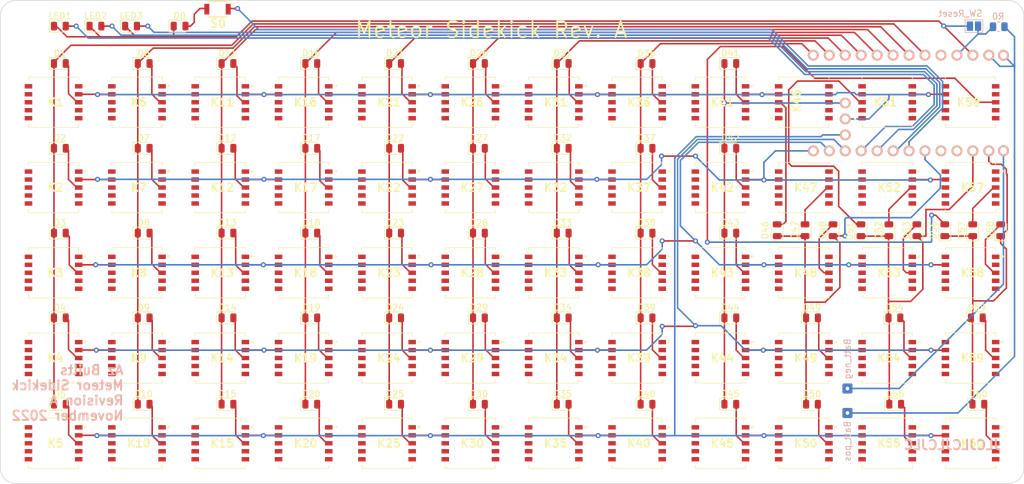
<source format=kicad_pcb>
(kicad_pcb (version 20211014) (generator pcbnew)
  (title_block (title "Meteor Sidekick") (date "2022-11-04") (rev "A") (company "Az Builts") (comment 1 "Ultra-thin wireless keyboard for large smartphones"))
  (layers (0 "F.Cu" signal) (31 "B.Cu" signal) (34 "B.Paste" user) (35 "F.Paste" user) (36 "B.SilkS" user "B.Silkscreen") (37 "F.SilkS" user "F.Silkscreen") (38 "B.Mask" user) (39 "F.Mask" user) (44 "Edge.Cuts" user))
  (net 0 "")
  (net 1 "/col_0")
  (net 2 "Net-(D1-Pad2)")
  (net 3 "Net-(D2-Pad2)")
  (net 4 "Net-(D3-Pad2)")
  (net 5 "Net-(D4-Pad2)")
  (net 6 "Net-(D5-Pad2)")
  (net 7 "/col_1")
  (net 8 "Net-(D7-Pad2)")
  (net 9 "Net-(D8-Pad2)")
  (net 10 "Net-(D9-Pad2)")
  (net 11 "Net-(D10-Pad2)")
  (net 12 "/col_2")
  (net 13 "Net-(D11-Pad2)")
  (net 14 "Net-(D13-Pad2)")
  (net 15 "Net-(D14-Pad2)")
  (net 16 "Net-(D15-Pad2)")
  (net 17 "/col_3")
  (net 18 "Net-(D16-Pad2)")
  (net 19 "Net-(D17-Pad2)")
  (net 20 "Net-(D19-Pad2)")
  (net 21 "Net-(D20-Pad2)")
  (net 22 "/col_4")
  (net 23 "Net-(D21-Pad2)")
  (net 24 "Net-(D22-Pad2)")
  (net 25 "Net-(D23-Pad2)")
  (net 26 "Net-(D25-Pad2)")
  (net 27 "/col_5")
  (net 28 "Net-(D26-Pad2)")
  (net 29 "Net-(D27-Pad2)")
  (net 30 "Net-(D28-Pad2)")
  (net 31 "Net-(D29-Pad2)")
  (net 32 "Net-(D30-Pad2)")
  (net 33 "/col_6")
  (net 34 "Net-(D32-Pad2)")
  (net 35 "Net-(D33-Pad2)")
  (net 36 "Net-(D34-Pad2)")
  (net 37 "Net-(D35-Pad2)")
  (net 38 "/col_7")
  (net 39 "Net-(D36-Pad2)")
  (net 40 "Net-(D38-Pad2)")
  (net 41 "Net-(D39-Pad2)")
  (net 42 "Net-(D40-Pad2)")
  (net 43 "/col_8")
  (net 44 "Net-(D41-Pad2)")
  (net 45 "Net-(D42-Pad2)")
  (net 46 "Net-(D44-Pad2)")
  (net 47 "Net-(D45-Pad2)")
  (net 48 "/col_9")
  (net 49 "Net-(D46-Pad2)")
  (net 50 "Net-(D47-Pad2)")
  (net 51 "Net-(D48-Pad2)")
  (net 52 "Net-(D50-Pad2)")
  (net 53 "/col_10")
  (net 54 "Net-(D51-Pad2)")
  (net 55 "Net-(D52-Pad2)")
  (net 56 "Net-(D53-Pad2)")
  (net 57 "Net-(D54-Pad2)")
  (net 58 "Net-(D55-Pad2)")
  (net 59 "/col_11")
  (net 60 "Net-(D57-Pad2)")
  (net 61 "Net-(D58-Pad2)")
  (net 62 "Net-(D59-Pad2)")
  (net 63 "Net-(D60-Pad2)")
  (net 64 "/row_0")
  (net 65 "/row_1")
  (net 66 "/row_2")
  (net 67 "/row_3")
  (net 68 "/row_4")
  (net 69 "GND")
  (net 70 "Net-(R0-Pad2)")
  (net 72 "/Batt +")
  (net 73 "/LED1")
  (net 74 "/LED2")
  (net 75 "/LED3")
  (net 85 "Net-(D6-Pad2)")
  (net 86 "Net-(D56-Pad2)")
  (net 87 "Net-(D49-Pad2)")
  (net 88 "Net-(D43-Pad2)")
  (net 89 "Net-(D37-Pad2)")
  (net 90 "Net-(D31-Pad2)")
  (net 91 "Net-(D24-Pad2)")
  (net 92 "Net-(D18-Pad2)")
  (net 93 "Net-(D12-Pad2)")
  (net 325 "Net-(D0-Pad2)")
  (net 326 "/SIDE_SWITCH")
  (footprint "KiCad:6CJ1N0PR" (layer "F.Cu") (at 177.48 78.345)
    (fp_text reference "K59")
    (fp_text value "KEYSW_10" hide)
  )
  (footprint "KiCad:6CJ1N0PR" (layer "F.Cu") (at 150.934543 37.62 180)
    (fp_text reference "K46")
    (fp_text value "KEYSW_10" hide)
  )
  (footprint "Diode_SMD:D_0805_2012Metric" (layer "F.Cu") (at 32.48 58.445)
    (fp_text reference "D3")
    (fp_text value "D")
  )
  (footprint "KiCad:6CJ1N0PR" (layer "F.Cu") (at 31.48 51.195)
    (fp_text reference "K2")
    (fp_text value "KEYSW_10" hide)
  )
  (footprint "KiCad:6CJ1N0PR" (layer "F.Cu") (at 58.025454 78.345)
    (fp_text reference "K14")
    (fp_text value "KEYSW_10" hide)
  )
  (footprint "KiCad:6CJ1N0PR" (layer "F.Cu") (at 44.752727 64.77)
    (fp_text reference "K8")
    (fp_text value "KEYSW_10" hide)
  )
  (footprint "KiCad:6CJ1N0PR" (layer "F.Cu") (at 137.661816 78.345)
    (fp_text reference "K44")
    (fp_text value "KEYSW_10" hide)
  )
  (footprint "Diode_SMD:D_0805_2012Metric" (layer "F.Cu") (at 125.88625 58.445)
    (fp_text reference "D38")
    (fp_text value "D")
  )
  (footprint "KiCad:6CJ1N0PR" (layer "F.Cu") (at 111.116362 91.92)
    (fp_text reference "K35")
    (fp_text value "KEYSW_10" hide)
  )
  (footprint "KiCad:6CJ1N0PR" (layer "F.Cu") (at 44.752727 51.195)
    (fp_text reference "K7")
    (fp_text value "KEYSW_10" hide)
  )
  (footprint "Diode_SMD:D_0805_2012Metric" (layer "F.Cu") (at 165.48 85.695)
    (fp_text reference "D55")
    (fp_text value "D")
  )
  (footprint "Diode_SMD:D_0805_2012Metric" (layer "F.Cu") (at 146.68 57.995 90)
    (fp_text reference "D46")
    (fp_text value "D")
  )
  (footprint "KiCad:6CJ1N0PR" (layer "F.Cu") (at 97.843635 37.62)
    (fp_text reference "K26")
    (fp_text value "KEYSW_10" hide)
  )
  (footprint "Diode_SMD:D_0805_2012Metric" (layer "F.Cu") (at 139.23 31.445)
    (fp_text reference "D41")
    (fp_text value "D")
  )
  (footprint "KiCad:6CJ1N0PR" (layer "F.Cu") (at 71.298181 91.92)
    (fp_text reference "K20")
    (fp_text value "KEYSW_10" hide)
  )
  (footprint "LED_SMD:LED_0805_2012Metric" (layer "F.Cu") (at 32.48 25.495)
    (fp_text reference "LED1")
    (fp_text value "LED")
  )
  (footprint "Diode_SMD:D_0805_2012Metric" (layer "F.Cu") (at 72.51125 58.445)
    (fp_text reference "D18")
    (fp_text value "D")
  )
  (footprint "KiCad:6CJ1N0PR" (layer "F.Cu") (at 71.298181 51.195)
    (fp_text reference "K17")
    (fp_text value "KEYSW_10" hide)
  )
  (footprint "Diode_SMD:D_0805_2012Metric" (layer "F.Cu") (at 164.48 57.995 90)
    (fp_text reference "D52")
    (fp_text value "D")
  )
  (footprint "Diode_SMD:D_0805_2012Metric" (layer "F.Cu") (at 125.88625 85.695)
    (fp_text reference "D40")
    (fp_text value "D")
  )
  (footprint "Diode_SMD:D_0805_2012Metric" (layer "F.Cu") (at 85.855 85.695)
    (fp_text reference "D25")
    (fp_text value "D")
  )
  (footprint "KiCad:6CJ1N0PR" (layer "F.Cu") (at 58.025454 64.77)
    (fp_text reference "K13")
    (fp_text value "KEYSW_10" hide)
  )
  (footprint "KiCad:6CJ1N0PR" (layer "F.Cu") (at 124.389089 64.77)
    (fp_text reference "K38")
    (fp_text value "KEYSW_10" hide)
  )
  (footprint "KiCad:6CJ1N0PR" (layer "F.Cu") (at 44.752727 37.62)
    (fp_text reference "K6")
    (fp_text value "KEYSW_10" hide)
  )
  (footprint "Diode_SMD:D_0805_2012Metric" (layer "F.Cu") (at 165.355 71.945)
    (fp_text reference "D54")
    (fp_text value "D")
  )
  (footprint "Diode_SMD:D_0805_2012Metric" (layer "F.Cu") (at 112.5425 44.945)
    (fp_text reference "D32")
    (fp_text value "D")
  )
  (footprint "Diode_SMD:D_0805_2012Metric" (layer "F.Cu") (at 125.88625 71.945)
    (fp_text reference "D39")
    (fp_text value "D")
  )
  (footprint "Diode_SMD:D_0805_2012Metric" (layer "F.Cu") (at 72.51125 71.945)
    (fp_text reference "D19")
    (fp_text value "D")
  )
  (footprint "Diode_SMD:D_0805_2012Metric" (layer "F.Cu") (at 59.1675 71.945)
    (fp_text reference "D14")
    (fp_text value "D")
  )
  (footprint "KiCad:6CJ1N0PR" (layer "F.Cu") (at 137.661816 37.62)
    (fp_text reference "K41")
    (fp_text value "KEYSW_10" hide)
  )
  (footprint "KiCad:6CJ1N0PR" (layer "F.Cu") (at 71.298181 64.77)
    (fp_text reference "K18")
    (fp_text value "KEYSW_10" hide)
  )
  (footprint "Diode_SMD:D_0805_2012Metric" (layer "F.Cu") (at 125.88625 31.445)
    (fp_text reference "D36")
    (fp_text value "D")
  )
  (footprint "KiCad:6CJ1N0PR" (layer "F.Cu") (at 111.116362 37.62)
    (fp_text reference "K31")
    (fp_text value "KEYSW_10" hide)
  )
  (footprint "Diode_SMD:D_0805_2012Metric" (layer "F.Cu") (at 45.82375 44.945)
    (fp_text reference "D7")
    (fp_text value "D")
  )
  (footprint "KiCad:6CJ1N0PR" (layer "F.Cu") (at 71.298181 78.345)
    (fp_text reference "K19")
    (fp_text value "KEYSW_10" hide)
  )
  (footprint "Diode_SMD:D_0805_2012Metric" (layer "F.Cu") (at 99.19875 31.445)
    (fp_text reference "D26")
    (fp_text value "D")
  )
  (footprint "KiCad:6CJ1N0PR" (layer "F.Cu") (at 177.48 91.92)
    (fp_text reference "K60")
    (fp_text value "KEYSW_10" hide)
  )
  (footprint "KiCad:6CJ1N0PR" (layer "F.Cu") (at 150.934543 78.345)
    (fp_text reference "K49")
    (fp_text value "KEYSW_10" hide)
  )
  (footprint "Diode_SMD:D_0805_2012Metric" (layer "F.Cu") (at 72.51125 44.945)
    (fp_text reference "D17")
    (fp_text value "D")
  )
  (footprint "KiCad:6CJ1N0PR" (layer "F.Cu") (at 84.570908 51.195)
    (fp_text reference "K22")
    (fp_text value "KEYSW_10" hide)
  )
  (footprint "b3u sideswitch:B3U-1000P" (layer "F.Cu") (at 57.58 22.795)
    (fp_text reference "S0")
    (fp_text value "B3U-3000P" hide)
  )
  (footprint "Diode_SMD:D_0805_2012Metric" (layer "F.Cu") (at 72.51125 85.695)
    (fp_text reference "D20")
    (fp_text value "D")
  )
  (footprint "KiCad:6CJ1N0PR" (layer "F.Cu") (at 71.298181 37.62)
    (fp_text reference "K16")
    (fp_text value "KEYSW_10" hide)
  )
  (footprint "Diode_SMD:D_0805_2012Metric" (layer "F.Cu") (at 85.855 31.445)
    (fp_text reference "D21")
    (fp_text value "D")
  )
  (footprint "KiCad:6CJ1N0PR" (layer "F.Cu") (at 84.570908 78.345)
    (fp_text reference "K24")
    (fp_text value "KEYSW_10" hide)
  )
  (footprint "Diode_SMD:D_0805_2012Metric" (layer "F.Cu") (at 173.38 57.995 90)
    (fp_text reference "D56")
    (fp_text value "D")
  )
  (footprint "Diode_SMD:D_0805_2012Metric" (layer "F.Cu") (at 178.73 85.695)
    (fp_text reference "D60")
    (fp_text value "D")
  )
  (footprint "Diode_SMD:D_0805_2012Metric" (layer "F.Cu") (at 59.1675 58.445)
    (fp_text reference "D13")
    (fp_text value "D")
  )
  (footprint "KiCad:6CJ1N0PR" (layer "F.Cu") (at 58.025454 37.62)
    (fp_text reference "K11")
    (fp_text value "KEYSW_10" hide)
  )
  (footprint "Diode_SMD:D_0805_2012Metric" (layer "F.Cu") (at 99.19875 85.695)
    (fp_text reference "D30")
    (fp_text value "D")
  )
  (footprint "Diode_SMD:D_0805_2012Metric" (layer "F.Cu") (at 85.855 58.445)
    (fp_text reference "D23")
    (fp_text value "D")
  )
  (footprint "Diode_SMD:D_0805_2012Metric" (layer "F.Cu") (at 177.83 57.995 90)
    (fp_text reference "D57")
    (fp_text value "D")
  )
  (footprint "KiCad:6CJ1N0PR" (layer "F.Cu") (at 84.570908 91.92)
    (fp_text reference "K25")
    (fp_text value "KEYSW_10" hide)
  )
  (footprint "KiCad:6CJ1N0PR" (layer "F.Cu") (at 84.570908 64.77)
    (fp_text reference "K23")
    (fp_text value "KEYSW_10" hide)
  )
  (footprint "Diode_SMD:D_0805_2012Metric" (layer "F.Cu") (at 59.1675 44.945)
    (fp_text reference "D12")
    (fp_text value "D")
  )
  (footprint "KiCad:6CJ1N0PR" (layer "F.Cu") (at 137.661816 91.92)
    (fp_text reference "K45")
    (fp_text value "KEYSW_10" hide)
  )
  (footprint "LED_SMD:LED_0805_2012Metric" (layer "F.Cu") (at 38.146666 25.495)
    (fp_text reference "LED2")
    (fp_text value "LED")
  )
  (footprint "Diode_SMD:D_0805_2012Metric" (layer "F.Cu") (at 99.19875 44.945)
    (fp_text reference "D27")
    (fp_text value "D")
  )
  (footprint "KiCad:6CJ1N0PR" (layer "F.Cu") (at 31.48 78.345)
    (fp_text reference "K4")
    (fp_text value "KEYSW_10" hide)
  )
  (footprint "KiCad:6CJ1N0PR" (layer "F.Cu") (at 97.843635 78.345)
    (fp_text reference "K29")
    (fp_text value "KEYSW_10" hide)
  )
  (footprint "KiCad:6CJ1N0PR" (layer "F.Cu") (at 97.843635 51.195)
    (fp_text reference "K27")
    (fp_text value "KEYSW_10" hide)
  )
  (footprint "KiCad:6CJ1N0PR" (layer "F.Cu") (at 124.389089 51.195)
    (fp_text reference "K37")
    (fp_text value "KEYSW_10" hide)
  )
  (footprint "Diode_SMD:D_0805_2012Metric" (layer "F.Cu") (at 139.23 85.695)
    (fp_text reference "D45")
    (fp_text value "D")
  )
  (footprint "Diode_SMD:D_0805_2012Metric" (layer "F.Cu") (at 85.855 71.945)
    (fp_text reference "D24")
    (fp_text value "D")
  )
  (footprint "Diode_SMD:D_0805_2012Metric" (layer "F.Cu") (at 32.48 44.945)
    (fp_text reference "D2")
    (fp_text value "D")
  )
  (footprint "Diode_SMD:D_0805_2012Metric" (layer "F.Cu") (at 45.82375 85.695)
    (fp_text reference "D10")
    (fp_text value "D")
  )
  (footprint "KiCad:6CJ1N0PR" (layer "F.Cu") (at 124.389089 91.92)
    (fp_text reference "K40")
    (fp_text value "KEYSW_10" hide)
  )
  (footprint "Diode_SMD:D_0805_2012Metric" (layer "F.Cu") (at 72.51125 31.445)
    (fp_text reference "D16")
    (fp_text value "D")
  )
  (footprint "Diode_SMD:D_0805_2012Metric" (layer "F.Cu") (at 99.19875 58.445)
    (fp_text reference "D28")
    (fp_text value "D")
  )
  (footprint "KiCad:6CJ1N0PR" (layer "F.Cu") (at 164.20727 37.62 180)
    (fp_text reference "K51")
    (fp_text value "KEYSW_10" hide)
  )
  (footprint "KiCad:6CJ1N0PR" (layer "F.Cu") (at 31.48 64.77)
    (fp_text reference "K3")
    (fp_text value "KEYSW_10" hide)
  )
  (footprint "Diode_SMD:D_0805_2012Metric" (layer "F.Cu") (at 152.23 85.695)
    (fp_text reference "D50")
    (fp_text value "D")
  )
  (footprint "Diode_SMD:D_0805_2012Metric" (layer "F.Cu") (at 151.13 57.995 90)
    (fp_text reference "D47")
    (fp_text value "D")
  )
  (footprint "Diode_SMD:D_0805_2012Metric" (layer "F.Cu") (at 139.23 71.945)
    (fp_text reference "D44")
    (fp_text value "D")
  )
  (footprint "KiCad:6CJ1N0PR" (layer "F.Cu") (at 31.48 91.92)
    (fp_text reference "K5")
    (fp_text value "KEYSW_10" hide)
  )
  (footprint "KiCad:6CJ1N0PR" (layer "F.Cu") (at 97.843635 91.92)
    (fp_text reference "K30")
    (fp_text value "KEYSW_10" hide)
  )
  (footprint "KiCad:6CJ1N0PR" (layer "F.Cu") (at 111.116362 78.345)
    (fp_text reference "K34")
    (fp_text value "KEYSW_10" hide)
  )
  (footprint "KiCad:6CJ1N0PR" (layer "F.Cu") (at 164.20727 91.92)
    (fp_text reference "K55")
    (fp_text value "KEYSW_10" hide)
  )
  (footprint "Diode_SMD:D_0805_2012Metric" (layer "F.Cu") (at 45.82375 71.945)
    (fp_text reference "D9")
    (fp_text value "D")
  )
  (footprint "KiCad:6CJ1N0PR" (layer "F.Cu") (at 150.934543 64.77)
    (fp_text reference "K48")
    (fp_text value "KEYSW_10" hide)
  )
  (footprint "KiCad:6CJ1N0PR" (layer "F.Cu") (at 164.20727 78.345)
    (fp_text reference "K54")
    (fp_text value "KEYSW_10" hide)
  )
  (footprint "Diode_SMD:D_0805_2012Metric" (layer "F.Cu") (at 112.5425 71.945)
    (fp_text reference "D34")
    (fp_text value "D")
  )
  (footprint "Diode_SMD:D_0805_2012Metric" (layer "F.Cu") (at 178.48 71.945)
    (fp_text reference "D59")
    (fp_text value "D")
  )
  (footprint "KiCad:6CJ1N0PR" (layer "F.Cu") (at 177.48 37.62 180)
    (fp_text reference "K56")
    (fp_text value "KEYSW_10" hide)
  )
  (footprint "Diode_SMD:D_0805_2012Metric" (layer "F.Cu") (at 139.23 58.445)
    (fp_text reference "D43")
    (fp_text value "D")
  )
  (footprint "KiCad:6CJ1N0PR" (layer "F.Cu") (at 137.661816 64.77)
    (fp_text reference "K43")
    (fp_text value "KEYSW_10" hide)
  )
  (footprint "Diode_SMD:D_0805_2012Metric" (layer "F.Cu") (at 51.5425 25.495)
    (fp_text reference "D0")
    (fp_text value "D")
  )
  (footprint "KiCad:6CJ1N0PR" (layer "F.Cu") (at 137.661816 51.195)
    (fp_text reference "K42")
    (fp_text value "KEYSW_10" hide)
  )
  (footprint "Diode_SMD:D_0805_2012Metric" (layer "F.Cu") (at 32.48 31.445)
    (fp_text reference "D1")
    (fp_text value "D")
  )
  (footprint "Diode_SMD:D_0805_2012Metric" (layer "F.Cu") (at 32.48 71.945)
    (fp_text reference "D4")
    (fp_text value "D")
  )
  (footprint "Diode_SMD:D_0805_2012Metric" (layer "F.Cu") (at 112.5425 58.445)
    (fp_text reference "D33")
    (fp_text value "D")
  )
  (footprint "KiCad:6CJ1N0PR" (layer "F.Cu") (at 58.025454 51.195)
    (fp_text reference "K12")
    (fp_text value "KEYSW_10" hide)
  )
  (footprint "KiCad:6CJ1N0PR" (layer "F.Cu") (at 44.752727 78.345)
    (fp_text reference "K9")
    (fp_text value "KEYSW_10" hide)
  )
  (footprint "KiCad:6CJ1N0PR" (layer "F.Cu") (at 44.752727 91.92)
    (fp_text reference "K10")
    (fp_text value "KEYSW_10" hide)
  )
  (footprint "Diode_SMD:D_0805_2012Metric" (layer "F.Cu") (at 45.82375 31.445)
    (fp_text reference "D6")
    (fp_text value "D")
  )
  (footprint "Diode_SMD:D_0805_2012Metric" (layer "F.Cu") (at 152.23 71.945)
    (fp_text reference "D49")
    (fp_text value "D")
  )
  (footprint "KiCad:6CJ1N0PR" (layer "F.Cu") (at 150.934543 51.195)
    (fp_text reference "K47")
    (fp_text value "KEYSW_10" hide)
  )
  (footprint "KiCad:6CJ1N0PR" (layer "F.Cu") (at 31.48 37.62)
    (fp_text reference "K1")
    (fp_text value "KEYSW_10" hide)
  )
  (footprint "KiCad:6CJ1N0PR" (layer "F.Cu") (at 58.025454 91.92)
    (fp_text reference "K15")
    (fp_text value "KEYSW_10" hide)
  )
  (footprint "Diode_SMD:D_0805_2012Metric" (layer "F.Cu") (at 160.03 57.995 90)
    (fp_text reference "D51")
    (fp_text value "D")
  )
  (footprint "KiCad:6CJ1N0PR" (layer "F.Cu") (at 150.934543 91.92)
    (fp_text reference "K50")
    (fp_text value "KEYSW_10" hide)
  )
  (footprint "Diode_SMD:D_0805_2012Metric" (layer "F.Cu") (at 182.28 57.995 90)
    (fp_text reference "D58")
    (fp_text value "D")
  )
  (footprint "Diode_SMD:D_0805_2012Metric" (layer "F.Cu") (at 112.5425 31.445)
    (fp_text reference "D31")
    (fp_text value "D")
  )
  (footprint "Diode_SMD:D_0805_2012Metric" (layer "F.Cu") (at 139.23 44.945)
    (fp_text reference "D42")
    (fp_text value "D")
  )
  (footprint "KiCad:6CJ1N0PR" (layer "F.Cu") (at 84.570908 37.62)
    (fp_text reference "K21")
    (fp_text value "KEYSW_10" hide)
  )
  (footprint "Diode_SMD:D_0805_2012Metric" (layer "F.Cu") (at 168.93 57.995 90)
    (fp_text reference "D53")
    (fp_text value "D")
  )
  (footprint "Diode_SMD:D_0805_2012Metric" (layer "F.Cu") (at 99.19875 71.945)
    (fp_text reference "D29")
    (fp_text value "D")
  )
  (footprint "Diode_SMD:D_0805_2012Metric" (layer "F.Cu") (at 85.855 44.945)
    (fp_text reference "D22")
    (fp_text value "D")
  )
  (footprint "KiCad:6CJ1N0PR" (layer "F.Cu") (at 124.389089 78.345)
    (fp_text reference "K39")
    (fp_text value "KEYSW_10" hide)
  )
  (footprint "KiCad:6CJ1N0PR" (layer "F.Cu") (at 97.843635 64.77)
    (fp_text reference "K28")
    (fp_text value "KEYSW_10" hide)
  )
  (footprint "Diode_SMD:D_0805_2012Metric" (layer "F.Cu") (at 125.88625 44.945)
    (fp_text reference "D37")
    (fp_text value "D")
  )
  (footprint "KiCad:6CJ1N0PR" (layer "F.Cu") (at 111.116362 51.195)
    (fp_text reference "K32")
    (fp_text value "KEYSW_10" hide)
  )
  (footprint "Diode_SMD:D_0805_2012Metric" (layer "F.Cu") (at 59.1675 85.695)
    (fp_text reference "D15")
    (fp_text value "D")
  )
  (footprint "KiCad:6CJ1N0PR" (layer "F.Cu") (at 177.48 64.77)
    (fp_text reference "K58")
    (fp_text value "KEYSW_10" hide)
  )
  (footprint "Diode_SMD:D_0805_2012Metric" (layer "F.Cu") (at 59.1675 31.445)
    (fp_text reference "D11")
    (fp_text value "D")
  )
  (footprint "KiCad:6CJ1N0PR" (layer "F.Cu") (at 164.20727 51.195)
    (fp_text reference "K52")
    (fp_text value "KEYSW_10" hide)
  )
  (footprint "Diode_SMD:D_0805_2012Metric" (layer "F.Cu") (at 112.5425 85.695)
    (fp_text reference "D35")
    (fp_text value "D")
  )
  (footprint "LED_SMD:LED_0805_2012Metric" (layer "F.Cu") (at 43.813332 25.495)
    (fp_text reference "LED3")
    (fp_text value "LED")
  )
  (footprint "KiCad:6CJ1N0PR" (layer "F.Cu") (at 164.20727 64.77)
    (fp_text reference "K53")
    (fp_text value "KEYSW_10" hide)
  )
  (footprint "KiCad:6CJ1N0PR" (layer "F.Cu") (at 124.389089 37.62)
    (fp_text reference "K36")
    (fp_text value "KEYSW_10" hide)
  )
  (footprint "KiCad:6CJ1N0PR" (layer "F.Cu") (at 177.48 51.195)
    (fp_text reference "K57")
    (fp_text value "KEYSW_10" hide)
  )
  (footprint "KiCad:6CJ1N0PR" (layer "F.Cu") (at 111.116362 64.77)
    (fp_text reference "K33")
    (fp_text value "KEYSW_10" hide)
  )
  (footprint "Diode_SMD:D_0805_2012Metric" (layer "F.Cu") (at 32.48 85.695)
    (fp_text reference "D5")
    (fp_text value "D")
  )
  (footprint "Diode_SMD:D_0805_2012Metric" (layer "F.Cu") (at 45.82375 58.445)
    (fp_text reference "D8")
    (fp_text value "D")
  )
  (footprint "Diode_SMD:D_0805_2012Metric" (layer "F.Cu") (at 155.58 57.995 90)
    (fp_text reference "D48")
    (fp_text value "D")
  )
  (footprint "Connector_Wire:SolderWire-0.1sqmm_1x01_D0.4mm_OD1mm" (layer "B.Cu") (at 157.88 87.095)
    (fp_text reference "Batt_pos")
    (fp_text value "Conn_01x01")
  )
  (footprint "Jumper:SolderJumper-2_P1.3mm_Open_Pad1.0x1.5mm" (layer "B.Cu") (at 178.03 25.495)
    (fp_text reference "SW_Reset")
    (fp_text value "SW_Reset")
  )
  (footprint "nice-nano-kicad:nice_nano_v2" (layer "B.Cu") (at 166.42 37.74 180)
    (fp_text reference "U1" hide)
    (fp_text value "nice_nano_v2" hide)
  )
  (footprint "Resistor_SMD:R_0805_2012Metric" (layer "B.Cu") (at 181.9675 25.595 180)
    (fp_text reference "R0")
    (fp_text value "R")
  )
  (footprint "Connector_Wire:SolderWire-0.1sqmm_1x01_D0.4mm_OD1mm" (layer "B.Cu") (at 157.88 83.195)
    (fp_text reference "Batt_neg")
    (fp_text value "Conn_01x01")
  )
  (gr_arc locked (start 22.997767 23.887767) (mid 23.730001 22.120001) (end 25.497767 21.387767) (layer "Edge.Cuts") (width 0.1))
  (gr_line locked (start 185.962233 95.852233) (end 185.962233 23.887767) (layer "Edge.Cuts") (width 0.1))
  (gr_arc locked (start 183.462233 21.387767) (mid 185.22999 22.12001) (end 185.962233 23.887767) (layer "Edge.Cuts") (width 0.1))
  (gr_line locked (start 183.462233 98.352233) (end 25.497767 98.352233) (layer "Edge.Cuts") (width 0.1))
  (gr_line locked (start 183.462233 21.387767) (end 25.497767 21.387767) (layer "Edge.Cuts") (width 0.1))
  (gr_arc locked (start 25.497767 98.352233) (mid 23.730001 97.619999) (end 22.997767 95.852233) (layer "Edge.Cuts") (width 0.1))
  (gr_arc locked (start 185.962233 95.852233) (mid 185.22999 97.61999) (end 183.462233 98.352233) (layer "Edge.Cuts") (width 0.1))
  (gr_line locked (start 22.997767 23.887767) (end 22.997767 95.852233) (layer "Edge.Cuts") (width 0.1))
  (gr_text "JLCJLCJLCJLC" (at 174.58 92.195) (layer "B.SilkS") (effects (font (size 1.5 1.5) (thickness 0.3)) (justify mirror)))
  (gr_text "Az Builts\nMeteor Sidekick\nRevision A\nNovember 2022" (at 42.78 83.895) (layer "B.SilkS") (effects (font (size 1.5 1.5) (thickness 0.3)) (justify left mirror)))
  (gr_text "Meteor Sidekick Rev. A" (at 101.18 26.095) (layer "F.SilkS") (effects (font (size 2.5 2.5) (thickness 0.3))))
  (segment locked (start 59.857208 28.545) (end 63.257208 25.145) (width 0.25) (layer "F.Cu") (net 1))
  (segment locked (start 165.255 25.145) (end 170.23 30.12) (width 0.25) (layer "F.Cu") (net 1))
  (segment locked (start 31.5425 44.945) (end 31.5425 31.445) (width 0.25) (layer "F.Cu") (net 1))
  (segment locked (start 31.5425 31.2325) (end 34.23 28.545) (width 0.25) (layer "F.Cu") (net 1))
  (segment locked (start 31.5425 71.945) (end 31.5425 85.695) (width 0.25) (layer "F.Cu") (net 1))
  (segment locked (start 31.5425 58.445) (end 31.5425 71.945) (width 0.25) (layer "F.Cu") (net 1))
  (segment locked (start 63.257208 25.145) (end 165.255 25.145) (width 0.25) (layer "F.Cu") (net 1))
  (segment locked (start 31.5425 31.445) (end 31.5425 31.2325) (width 0.25) (layer "F.Cu") (net 1))
  (segment locked (start 34.23 28.545) (end 59.857208 28.545) (width 0.25) (layer "F.Cu") (net 1))
  (segment locked (start 31.5425 44.945) (end 31.5425 58.445) (width 0.25) (layer "F.Cu") (net 1))
  (segment locked (start 33.4175 31.445) (end 33.855001 31.882501) (width 0.25) (layer "F.Cu") (net 2))
  (segment locked (start 33.88 31.9075) (end 33.4175 31.445) (width 0.25) (layer "F.Cu") (net 2))
  (segment locked (start 33.855001 31.882501) (end 33.855001 36.245001) (width 0.25) (layer "F.Cu") (net 2))
  (segment locked (start 33.855001 36.245001) (end 35.23 37.62) (width 0.25) (layer "F.Cu") (net 2))
  (segment locked (start 35.23 37.62) (end 35.48 37.62) (width 0.25) (layer "F.Cu") (net 2))
  (segment locked (start 33.855001 45.382501) (end 33.4175 44.945) (width 0.25) (layer "F.Cu") (net 3))
  (segment locked (start 35.15 51.195) (end 33.855001 49.900001) (width 0.25) (layer "F.Cu") (net 3))
  (segment locked (start 33.855001 49.900001) (end 33.855001 45.382501) (width 0.25) (layer "F.Cu") (net 3))
  (segment locked (start 35.48 51.195) (end 35.15 51.195) (width 0.25) (layer "F.Cu") (net 3))
  (segment locked (start 33.98 63.52) (end 33.98 59.0075) (width 0.25) (layer "F.Cu") (net 4))
  (segment locked (start 35.48 64.77) (end 35.23 64.77) (width 0.25) (layer "F.Cu") (net 4))
  (segment locked (start 33.98 59.0075) (end 33.4175 58.445) (width 0.25) (layer "F.Cu") (net 4))
  (segment locked (start 35.23 64.77) (end 33.98 63.52) (width 0.25) (layer "F.Cu") (net 4))
  (segment locked (start 35.48 78.345) (end 35.23 78.345) (width 0.25) (layer "F.Cu") (net 5))
  (segment locked (start 35.23 78.345) (end 33.855001 76.970001) (width 0.25) (layer "F.Cu") (net 5))
  (segment locked (start 33.855001 76.970001) (end 33.855001 72.382501) (width 0.25) (layer "F.Cu") (net 5))
  (segment locked (start 33.855001 72.382501) (end 33.4175 71.945) (width 0.25) (layer "F.Cu") (net 5))
  (segment locked (start 33.88 86.1575) (end 33.4175 85.695) (width 0.25) (layer "F.Cu") (net 6))
  (segment locked (start 35.23 91.92) (end 33.88 90.57) (width 0.25) (layer "F.Cu") (net 6))
  (segment locked (start 35.48 91.92) (end 35.23 91.92) (width 0.25) (layer "F.Cu") (net 6))
  (segment locked (start 33.88 90.57) (end 33.88 86.1575) (width 0.25) (layer "F.Cu") (net 6))
  (segment locked (start 44.88625 71.945) (end 44.88625 58.445) (width 0.25) (layer "F.Cu") (net 7))
  (segment locked (start 63.443604 25.595) (end 163.165 25.595) (width 0.25) (layer "F.Cu") (net 7))
  (segment locked (start 44.88625 85.695) (end 44.88625 71.945) (width 0.25) (layer "F.Cu") (net 7))
  (segment locked (start 44.88625 31.445) (end 44.88625 44.945) (width 0.25) (layer "F.Cu") (net 7))
  (segment locked (start 44.88625 31.445) (end 47.33625 28.995) (width 0.25) (layer "F.Cu") (net 7))
  (segment locked (start 44.88625 44.945) (end 44.88625 58.445) (width 0.25) (layer "F.Cu") (net 7))
  (segment locked (start 47.33625 28.995) (end 60.043604 28.995) (width 0.25) (layer "F.Cu") (net 7))
  (segment locked (start 60.043604 28.995) (end 63.443604 25.595) (width 0.25) (layer "F.Cu") (net 7))
  (segment locked (start 163.165 25.595) (end 167.69 30.12) (width 0.25) (layer "F.Cu") (net 7))
  (segment locked (start 48.752727 51.195) (end 48.422727 51.195) (width 0.25) (layer "F.Cu") (net 8))
  (segment locked (start 47.127728 45.311478) (end 46.76125 44.945) (width 0.25) (layer "F.Cu") (net 8))
  (segment locked (start 47.127728 49.900001) (end 47.127728 45.311478) (width 0.25) (layer "F.Cu") (net 8))
  (segment locked (start 48.422727 51.195) (end 47.127728 49.900001) (width 0.25) (layer "F.Cu") (net 8))
  (segment locked (start 47.127728 58.811478) (end 46.76125 58.445) (width 0.25) (layer "F.Cu") (net 9))
  (segment locked (start 48.502727 64.77) (end 47.127728 63.395001) (width 0.25) (layer "F.Cu") (net 9))
  (segment locked (start 47.127728 63.395001) (end 47.127728 58.811478) (width 0.25) (layer "F.Cu") (net 9))
  (segment locked (start 48.752727 64.77) (end 48.502727 64.77) (width 0.25) (layer "F.Cu") (net 9))
  (segment locked (start 48.502727 78.345) (end 47.18 77.022273) (width 0.25) (layer "F.Cu") (net 10))
  (segment locked (start 47.18 77.022273) (end 47.18 72.36375) (width 0.25) (layer "F.Cu") (net 10))
  (segment locked (start 48.752727 78.345) (end 48.502727 78.345) (width 0.25) (layer "F.Cu") (net 10))
  (segment locked (start 47.18 72.36375) (end 46.76125 71.945) (width 0.25) (layer "F.Cu") (net 10))
  (segment locked (start 48.422727 91.92) (end 47.18 90.677273) (width 0.25) (layer "F.Cu") (net 11))
  (segment locked (start 47.18 86.11375) (end 46.76125 85.695) (width 0.25) (layer "F.Cu") (net 11))
  (segment locked (start 47.18 90.677273) (end 47.18 86.11375) (width 0.25) (layer "F.Cu") (net 11))
  (segment locked (start 48.752727 91.92) (end 48.422727 91.92) (width 0.25) (layer "F.Cu") (net 11))
  (segment locked (start 58.23 71.945) (end 58.23 85.695) (width 0.25) (layer "F.Cu") (net 12))
  (segment locked (start 161.075 26.045) (end 63.63 26.045) (width 0.25) (layer "F.Cu") (net 12))
  (segment locked (start 58.23 58.445) (end 58.23 71.945) (width 0.25) (layer "F.Cu") (net 12))
  (segment locked (start 165.15 30.12) (end 161.075 26.045) (width 0.25) (layer "F.Cu") (net 12))
  (segment locked (start 58.23 44.945) (end 58.23 58.445) (width 0.25) (layer "F.Cu") (net 12))
  (segment locked (start 63.63 26.045) (end 58.23 31.445) (width 0.25) (layer "F.Cu") (net 12))
  (segment locked (start 58.23 31.445) (end 58.23 44.945) (width 0.25) (layer "F.Cu") (net 12))
  (segment locked (start 60.68 32.02) (end 60.105 31.445) (width 0.25) (layer "F.Cu") (net 13))
  (segment locked (start 62.025454 37.62) (end 61.695454 37.62) (width 0.25) (layer "F.Cu") (net 13))
  (segment locked (start 60.68 36.604546) (end 60.68 32.02) (width 0.25) (layer "F.Cu") (net 13))
  (segment locked (start 61.695454 37.62) (end 60.68 36.604546) (width 0.25) (layer "F.Cu") (net 13))
  (segment locked (start 60.48 63.554546) (end 60.48 58.82) (width 0.25) (layer "F.Cu") (net 14))
  (segment locked (start 62.025454 64.77) (end 61.695454 64.77) (width 0.25) (layer "F.Cu") (net 14))
  (segment locked (start 60.48 58.82) (end 60.105 58.445) (width 0.25) (layer "F.Cu") (net 14))
  (segment locked (start 61.695454 64.77) (end 60.48 63.554546) (width 0.25) (layer "F.Cu") (net 14))
  (segment locked (start 60.400455 77.050001) (end 60.400455 72.240455) (width 0.25) (layer "F.Cu") (net 15))
  (segment locked (start 62.025454 78.345) (end 61.695454 78.345) (width 0.25) (layer "F.Cu") (net 15))
  (segment locked (start 61.695454 78.345) (end 60.400455 77.050001) (width 0.25) (layer "F.Cu") (net 15))
  (segment locked (start 60.400455 72.240455) (end 60.105 71.945) (width 0.25) (layer "F.Cu") (net 15))
  (segment locked (start 60.48 86.07) (end 60.105 85.695) (width 0.25) (layer "F.Cu") (net 16))
  (segment locked (start 60.48 90.624546) (end 60.48 86.07) (width 0.25) (layer "F.Cu") (net 16))
  (segment locked (start 62.025454 91.92) (end 61.775454 91.92) (width 0.25) (layer "F.Cu") (net 16))
  (segment locked (start 61.775454 91.92) (end 60.48 90.624546) (width 0.25) (layer "F.Cu") (net 16))
  (segment locked (start 71.57375 71.945) (end 71.57375 58.445) (width 0.25) (layer "F.Cu") (net 17))
  (segment locked (start 71.57375 71.945) (end 71.57375 85.695) (width 0.25) (layer "F.Cu") (net 17))
  (segment locked (start 71.57375 44.945) (end 71.57375 31.445) (width 0.25) (layer "F.Cu") (net 17))
  (segment locked (start 76.52375 26.495) (end 71.57375 31.445) (width 0.25) (layer "F.Cu") (net 17))
  (segment locked (start 71.57375 44.945) (end 71.57375 58.445) (width 0.25) (layer "F.Cu") (net 17))
  (segment locked (start 162.61 30.12) (end 158.985 26.495) (width 0.25) (layer "F.Cu") (net 17))
  (segment locked (start 158.985 26.495) (end 76.52375 26.495) (width 0.25) (layer "F.Cu") (net 17))
  (segment locked (start 75.048181 37.62) (end 73.673182 36.245001) (width 0.25) (layer "F.Cu") (net 18))
  (segment locked (start 73.673182 36.245001) (end 73.673182 31.669432) (width 0.25) (layer "F.Cu") (net 18))
  (segment locked (start 75.298181 37.62) (end 75.048181 37.62) (width 0.25) (layer "F.Cu") (net 18))
  (segment locked (start 73.673182 31.669432) (end 73.44875 31.445) (width 0.25) (layer "F.Cu") (net 18))
  (segment locked (start 73.88 45.37625) (end 73.44875 44.945) (width 0.25) (layer "F.Cu") (net 19))
  (segment locked (start 75.298181 51.195) (end 74.968181 51.195) (width 0.25) (layer "F.Cu") (net 19))
  (segment locked (start 73.88 50.106819) (end 73.88 45.37625) (width 0.25) (layer "F.Cu") (net 19))
  (segment locked (start 74.968181 51.195) (end 73.88 50.106819) (width 0.25) (layer "F.Cu") (net 19))
  (segment locked (start 75.298181 78.345) (end 75.048181 78.345) (width 0.25) (layer "F.Cu") (net 20))
  (segment locked (start 73.673182 72.169432) (end 73.44875 71.945) (width 0.25) (layer "F.Cu") (net 20))
  (segment locked (start 73.673182 76.970001) (end 73.673182 72.169432) (width 0.25) (layer "F.Cu") (net 20))
  (segment locked (start 75.048181 78.345) (end 73.673182 76.970001) (width 0.25) (layer "F.Cu") (net 20))
  (segment locked (start 74.968181 91.92) (end 73.78 90.731819) (width 0.25) (layer "F.Cu") (net 21))
  (segment locked (start 75.298181 91.92) (end 74.968181 91.92) (width 0.25) (layer "F.Cu") (net 21))
  (segment locked (start 73.78 86.02625) (end 73.44875 85.695) (width 0.25) (layer "F.Cu") (net 21))
  (segment locked (start 73.78 90.731819) (end 73.78 86.02625) (width 0.25) (layer "F.Cu") (net 21))
  (segment locked (start 89.4175 26.945) (end 84.9175 31.445) (width 0.25) (layer "F.Cu") (net 22))
  (segment locked (start 84.9175 85.695) (end 84.9175 71.945) (width 0.25) (layer "F.Cu") (net 22))
  (segment locked (start 160.07 30.12) (end 156.895 26.945) (width 0.25) (layer "F.Cu") (net 22))
  (segment locked (start 84.9175 44.945) (end 84.9175 58.445) (width 0.25) (layer "F.Cu") (net 22))
  (segment locked (start 156.895 26.945) (end 89.4175 26.945) (width 0.25) (layer "F.Cu") (net 22))
  (segment locked (start 84.9175 58.445) (end 84.9175 71.945) (width 0.25) (layer "F.Cu") (net 22))
  (segment locked (start 84.9175 31.445) (end 84.9175 44.945) (width 0.25) (layer "F.Cu") (net 22))
  (segment locked (start 86.945909 36.245001) (end 86.945909 31.598409) (width 0.25) (layer "F.Cu") (net 23))
  (segment locked (start 86.945909 31.598409) (end 86.7925 31.445) (width 0.25) (layer "F.Cu") (net 23))
  (segment locked (start 88.320908 37.62) (end 86.945909 36.245001) (width 0.25) (layer "F.Cu") (net 23))
  (segment locked (start 88.570908 37.62) (end 88.320908 37.62) (width 0.25) (layer "F.Cu") (net 23))
  (segment locked (start 88.240908 51.195) (end 87.08 50.034092) (width 0.25) (layer "F.Cu") (net 24))
  (segment locked (start 87.08 50.034092) (end 87.08 45.2325) (width 0.25) (layer "F.Cu") (net 24))
  (segment locked (start 88.570908 51.195) (end 88.240908 51.195) (width 0.25) (layer "F.Cu") (net 24))
  (segment locked (start 87.08 45.2325) (end 86.7925 44.945) (width 0.25) (layer "F.Cu") (net 24))
  (segment locked (start 88.570908 64.77) (end 88.320908 64.77) (width 0.25) (layer "F.Cu") (net 25))
  (segment locked (start 88.320908 64.77) (end 86.945909 63.395001) (width 0.25) (layer "F.Cu") (net 25))
  (segment locked (start 86.945909 63.395001) (end 86.945909 58.598409) (width 0.25) (layer "F.Cu") (net 25))
  (segment locked (start 86.945909 58.598409) (end 86.7925 58.445) (width 0.25) (layer "F.Cu") (net 25))
  (segment locked (start 88.240908 91.92) (end 86.98 90.659092) (width 0.25) (layer "F.Cu") (net 26))
  (segment locked (start 88.570908 91.92) (end 88.240908 91.92) (width 0.25) (layer "F.Cu") (net 26))
  (segment locked (start 86.98 85.8825) (end 86.7925 85.695) (width 0.25) (layer "F.Cu") (net 26))
  (segment locked (start 86.98 90.659092) (end 86.98 85.8825) (width 0.25) (layer "F.Cu") (net 26))
  (segment locked (start 157.53 30.12) (end 154.805 27.395) (width 0.25) (layer "F.Cu") (net 27))
  (segment locked (start 98.26125 31.445) (end 98.26125 44.945) (width 0.25) (layer "F.Cu") (net 27))
  (segment locked (start 98.26125 71.945) (end 98.26125 85.695) (width 0.25) (layer "F.Cu") (net 27))
  (segment locked (start 154.805 27.395) (end 102.31125 27.395) (width 0.25) (layer "F.Cu") (net 27))
  (segment locked (start 98.26125 58.445) (end 98.26125 71.945) (width 0.25) (layer "F.Cu") (net 27))
  (segment locked (start 102.31125 27.395) (end 98.26125 31.445) (width 0.25) (layer "F.Cu") (net 27))
  (segment locked (start 98.26125 44.945) (end 98.26125 58.445) (width 0.25) (layer "F.Cu") (net 27))
  (segment locked (start 100.28 36.306365) (end 100.28 31.58875) (width 0.25) (layer "F.Cu") (net 28))
  (segment locked (start 101.593635 37.62) (end 100.28 36.306365) (width 0.25) (layer "F.Cu") (net 28))
  (segment locked (start 100.28 31.58875) (end 100.13625 31.445) (width 0.25) (layer "F.Cu") (net 28))
  (segment locked (start 101.843635 37.62) (end 101.593635 37.62) (width 0.25) (layer "F.Cu") (net 28))
  (segment locked (start 101.843635 51.195) (end 101.593635 51.195) (width 0.25) (layer "F.Cu") (net 29))
  (segment locked (start 101.593635 51.195) (end 100.218636 49.820001) (width 0.25) (layer "F.Cu") (net 29))
  (segment locked (start 100.218636 45.027386) (end 100.13625 44.945) (width 0.25) (layer "F.Cu") (net 29))
  (segment locked (start 100.218636 49.820001) (end 100.218636 45.027386) (width 0.25) (layer "F.Cu") (net 29))
  (segment locked (start 100.218636 58.527386) (end 100.13625 58.445) (width 0.25) (layer "F.Cu") (net 30))
  (segment locked (start 101.593635 64.77) (end 100.218636 63.395001) (width 0.25) (layer "F.Cu") (net 30))
  (segment locked (start 101.843635 64.77) (end 101.593635 64.77) (width 0.25) (layer "F.Cu") (net 30))
  (segment locked (start 100.218636 63.395001) (end 100.218636 58.527386) (width 0.25) (layer "F.Cu") (net 30))
  (segment locked (start 100.218636 76.970001) (end 100.218636 72.027386) (width 0.25) (layer "F.Cu") (net 31))
  (segment locked (start 101.593635 78.345) (end 100.218636 76.970001) (width 0.25) (layer "F.Cu") (net 31))
  (segment locked (start 101.843635 78.345) (end 101.593635 78.345) (width 0.25) (layer "F.Cu") (net 31))
  (segment locked (start 100.218636 72.027386) (end 100.13625 71.945) (width 0.25) (layer "F.Cu") (net 31))
  (segment locked (start 100.218636 85.777386) (end 100.13625 85.695) (width 0.25) (layer "F.Cu") (net 32))
  (segment locked (start 101.593635 91.92) (end 100.218636 90.545001) (width 0.25) (layer "F.Cu") (net 32))
  (segment locked (start 100.218636 90.545001) (end 100.218636 85.777386) (width 0.25) (layer "F.Cu") (net 32))
  (segment locked (start 101.843635 91.92) (end 101.593635 91.92) (width 0.25) (layer "F.Cu") (net 32))
  (segment locked (start 154.99 30.12) (end 152.715 27.845) (width 0.25) (layer "F.Cu") (net 33))
  (segment locked (start 111.605 58.445) (end 111.605 71.945) (width 0.25) (layer "F.Cu") (net 33))
  (segment locked (start 115.205 27.845) (end 111.605 31.445) (width 0.25) (layer "F.Cu") (net 33))
  (segment locked (start 111.605 44.945) (end 111.605 58.445) (width 0.25) (layer "F.Cu") (net 33))
  (segment locked (start 111.605 31.445) (end 111.605 44.945) (width 0.25) (layer "F.Cu") (net 33))
  (segment locked (start 111.605 85.695) (end 111.605 71.945) (width 0.25) (layer "F.Cu") (net 33))
  (segment locked (start 152.715 27.845) (end 115.205 27.845) (width 0.25) (layer "F.Cu") (net 33))
  (segment locked (start 113.78 45.245) (end 113.48 44.945) (width 0.25) (layer "F.Cu") (net 34))
  (segment locked (start 114.786362 51.195) (end 113.78 50.188638) (width 0.25) (layer "F.Cu") (net 34))
  (segment locked (start 113.78 50.188638) (end 113.78 45.245) (width 0.25) (layer "F.Cu") (net 34))
  (segment locked (start 115.116362 51.195) (end 114.786362 51.195) (width 0.25) (layer "F.Cu") (net 34))
  (segment locked (start 113.58 63.483638) (end 113.58 59.195) (width 0.25) (layer "F.Cu") (net 35))
  (segment locked (start 114.866362 64.77) (end 113.58 63.483638) (width 0.25) (layer "F.Cu") (net 35))
  (segment locked (start 115.116362 64.77) (end 114.866362 64.77) (width 0.25) (layer "F.Cu") (net 35))
  (segment locked (start 114.866362 78.345) (end 113.78 77.258638) (width 0.25) (layer "F.Cu") (net 36))
  (segment locked (start 113.78 72.245) (end 113.48 71.945) (width 0.25) (layer "F.Cu") (net 36))
  (segment locked (start 115.116362 78.345) (end 114.866362 78.345) (width 0.25) (layer "F.Cu") (net 36))
  (segment locked (start 113.78 77.258638) (end 113.78 72.245) (width 0.25) (layer "F.Cu") (net 36))
  (segment locked (start 115.116362 91.92) (end 114.866362 91.92) (width 0.25) (layer "F.Cu") (net 37))
  (segment locked (start 113.491363 90.545001) (end 113.491363 85.706363) (width 0.25) (layer "F.Cu") (net 37))
  (segment locked (start 113.491363 85.706363) (end 113.48 85.695) (width 0.25) (layer "F.Cu") (net 37))
  (segment locked (start 114.866362 91.92) (end 113.491363 90.545001) (width 0.25) (layer "F.Cu") (net 37))
  (segment locked (start 150.625 28.295) (end 128.09875 28.295) (width 0.25) (layer "F.Cu") (net 38))
  (segment locked (start 152.45 30.12) (end 150.625 28.295) (width 0.25) (layer "F.Cu") (net 38))
  (segment locked (start 124.94875 71.945) (end 124.94875 85.695) (width 0.25) (layer "F.Cu") (net 38))
  (segment locked (start 124.94875 44.945) (end 124.94875 58.445) (width 0.25) (layer "F.Cu") (net 38))
  (segment locked (start 124.94875 58.445) (end 124.94875 71.945) (width 0.25) (layer "F.Cu") (net 38))
  (segment locked (start 124.94875 31.445) (end 124.94875 44.945) (width 0.25) (layer "F.Cu") (net 38))
  (segment locked (start 128.09875 28.295) (end 124.94875 31.445) (width 0.25) (layer "F.Cu") (net 38))
  (segment locked (start 126.82375 36.304661) (end 126.82375 31.445) (width 0.25) (layer "F.Cu") (net 39))
  (segment locked (start 128.389089 37.62) (end 128.139089 37.62) (width 0.25) (layer "F.Cu") (net 39))
  (segment locked (start 128.139089 37.62) (end 126.82375 36.304661) (width 0.25) (layer "F.Cu") (net 39))
  (segment locked (start 126.82375 63.454661) (end 126.82375 58.445) (width 0.25) (layer "F.Cu") (net 40))
  (segment locked (start 128.139089 64.77) (end 126.82375 63.454661) (width 0.25) (layer "F.Cu") (net 40))
  (segment locked (start 128.389089 64.77) (end 128.139089 64.77) (width 0.25) (layer "F.Cu") (net 40))
  (segment locked (start 128.389089 78.345) (end 128.139089 78.345) (width 0.25) (layer "F.Cu") (net 41))
  (segment locked (start 126.82375 77.029661) (end 126.82375 71.945) (width 0.25) (layer "F.Cu") (net 41))
  (segment locked (start 128.139089 78.345) (end 126.82375 77.029661) (width 0.25) (layer "F.Cu") (net 41))
  (segment locked (start 128.139089 91.92) (end 126.82375 90.604661) (width 0.25) (layer "F.Cu") (net 42))
  (segment locked (start 128.389089 91.92) (end 128.139089 91.92) (width 0.25) (layer "F.Cu") (net 42))
  (segment locked (start 126.82375 90.604661) (end 126.82375 85.695) (width 0.25) (layer "F.Cu") (net 42))
  (segment locked (start 138.286815 85.689315) (end 138.2925 85.695) (width 0.25) (layer "F.Cu") (net 43))
  (segment locked (start 138.286815 71.939315) (end 138.2925 71.945) (width 0.25) (layer "F.Cu") (net 43))
  (segment locked (start 138.2925 31.445) (end 138.286815 31.450685) (width 0.25) (layer "F.Cu") (net 43))
  (segment locked (start 138.2925 44.945) (end 138.286815 44.950685) (width 0.25) (layer "F.Cu") (net 43))
  (segment locked (start 138.286815 58.439315) (end 138.2925 58.445) (width 0.25) (layer "F.Cu") (net 43))
  (segment locked (start 138.286815 58.450685) (end 138.286815 71.939315) (width 0.25) (layer "F.Cu") (net 43))
  (segment locked (start 138.286815 37.701815) (end 138.286815 44.939315) (width 0.25) (layer "F.Cu") (net 43))
  (segment locked (start 138.286815 31.450685) (end 138.286815 37.701815) (width 0.25) (layer "F.Cu") (net 43))
  (segment locked (start 138.286815 71.950685) (end 138.286815 85.689315) (width 0.25) (layer "F.Cu") (net 43))
  (segment locked (start 138.2925 58.445) (end 138.286815 58.450685) (width 0.25) (layer "F.Cu") (net 43))
  (segment locked (start 138.286815 44.950685) (end 138.286815 58.439315) (width 0.25) (layer "F.Cu") (net 43))
  (segment locked (start 138.2925 71.945) (end 138.286815 71.950685) (width 0.25) (layer "F.Cu") (net 43))
  (segment locked (start 138.286815 44.939315) (end 138.2925 44.945) (width 0.25) (layer "F.Cu") (net 43))
  (via locked (at 138.286815 37.701815) (size 0.8) (drill 0.4) (layers "F.Cu" "B.Cu") (net 43))
  (segment locked (start 138.325 37.74) (end 138.286815 37.701815) (width 0.25) (layer "B.Cu") (net 43))
  (segment locked (start 157.53 37.74) (end 138.325 37.74) (width 0.25) (layer "B.Cu") (net 43))
  (segment locked (start 141.411816 37.62) (end 140.1675 36.375684) (width 0.25) (layer "F.Cu") (net 44))
  (segment locked (start 140.1675 36.375684) (end 140.1675 31.445) (width 0.25) (layer "F.Cu") (net 44))
  (segment locked (start 141.661816 37.62) (end 141.411816 37.62) (width 0.25) (layer "F.Cu") (net 44))
  (segment locked (start 140.1675 49.950684) (end 140.1675 44.945) (width 0.25) (layer "F.Cu") (net 45))
  (segment locked (start 141.411816 51.195) (end 140.1675 49.950684) (width 0.25) (layer "F.Cu") (net 45))
  (segment locked (start 141.661816 51.195) (end 141.411816 51.195) (width 0.25) (layer "F.Cu") (net 45))
  (segment locked (start 141.661816 78.345) (end 141.411816 78.345) (width 0.25) (layer "F.Cu") (net 46))
  (segment locked (start 140.1675 77.100684) (end 140.1675 71.945) (width 0.25) (layer "F.Cu") (net 46))
  (segment locked (start 141.411816 78.345) (end 140.1675 77.100684) (width 0.25) (layer "F.Cu") (net 46))
  (segment locked (start 140.1675 90.675684) (end 140.1675 85.695) (width 0.25) (layer "F.Cu") (net 47))
  (segment locked (start 141.411816 91.92) (end 140.1675 90.675684) (width 0.25) (layer "F.Cu") (net 47))
  (segment locked (start 141.661816 91.92) (end 141.411816 91.92) (width 0.25) (layer "F.Cu") (net 47))
  (segment locked (start 151.13 71.7825) (end 151.2925 71.945) (width 0.25) (layer "F.Cu") (net 48))
  (segment locked (start 155.58 58.9325) (end 156.68 60.0325) (width 0.25) (layer "F.Cu") (net 48))
  (segment locked (start 151.13 58.9325) (end 151.13 69.445) (width 0.25) (layer "F.Cu") (net 48))
  (segment locked (start 157.48 58.895) (end 155.6175 58.895) (width 0.25) (layer "F.Cu") (net 48))
  (segment locked (start 156.68 67.095) (end 154.33 69.445) (width 0.25) (layer "F.Cu") (net 48))
  (segment locked (start 151.13 69.445) (end 151.13 71.7825) (width 0.25) (layer "F.Cu") (net 48))
  (segment locked (start 156.68 60.0325) (end 156.68 67.095) (width 0.25) (layer "F.Cu") (net 48))
  (segment locked (start 155.6175 58.895) (end 155.58 58.9325) (width 0.25) (layer "F.Cu") (net 48))
  (segment locked (start 146.68 58.9325) (end 151.13 58.9325) (width 0.25) (layer "F.Cu") (net 48))
  (segment locked (start 154.33 69.445) (end 151.13 69.445) (width 0.25) (layer "F.Cu") (net 48))
  (segment locked (start 151.2925 85.695) (end 151.2925 71.945) (width 0.25) (layer "F.Cu") (net 48))
  (via locked (at 157.48 58.895) (size 0.8) (drill 0.4) (layers "F.Cu" "B.Cu") (net 48))
  (segment locked (start 157.48 56.195) (end 157.48 58.895) (width 0.25) (layer "B.Cu") (net 48))
  (segment locked (start 170.23 45.36) (end 170.23 46.745) (width 0.25) (layer "B.Cu") (net 48))
  (segment locked (start 157.68 55.995) (end 157.48 56.195) (width 0.25) (layer "B.Cu") (net 48))
  (segment locked (start 167.98 55.995) (end 157.68 55.995) (width 0.25) (layer "B.Cu") (net 48))
  (segment locked (start 172.68 49.195) (end 172.68 51.295) (width 0.25) (layer "B.Cu") (net 48))
  (segment locked (start 170.23 46.745) (end 172.68 49.195) (width 0.25) (layer "B.Cu") (net 48))
  (segment locked (start 172.68 51.295) (end 167.98 55.995) (width 0.25) (layer "B.Cu") (net 48))
  (segment locked (start 148.08 56.595) (end 148.08 38.515457) (width 0.25) (layer "F.Cu") (net 49))
  (segment locked (start 147.184543 37.62) (end 146.934543 37.62) (width 0.25) (layer "F.Cu") (net 49))
  (segment locked (start 146.68 57.0575) (end 147.6175 57.0575) (width 0.25) (layer "F.Cu") (net 49))
  (segment locked (start 148.08 38.515457) (end 147.184543 37.62) (width 0.25) (layer "F.Cu") (net 49))
  (segment locked (start 147.6175 57.0575) (end 148.08 56.595) (width 0.25) (layer "F.Cu") (net 49))
  (segment locked (start 151.13 57.0575) (end 151.13 54.749543) (width 0.25) (layer "F.Cu") (net 50))
  (segment locked (start 154.684543 51.195) (end 154.934543 51.195) (width 0.25) (layer "F.Cu") (net 50))
  (segment locked (start 151.13 54.749543) (end 154.684543 51.195) (width 0.25) (layer "F.Cu") (net 50))
  (segment locked (start 153.38 63.995) (end 153.38 59.2575) (width 0.25) (layer "F.Cu") (net 51))
  (segment locked (start 154.155 64.77) (end 153.38 63.995) (width 0.25) (layer "F.Cu") (net 51))
  (segment locked (start 154.934543 64.77) (end 154.155 64.77) (width 0.25) (layer "F.Cu") (net 51))
  (segment locked (start 153.38 59.2575) (end 155.58 57.0575) (width 0.25) (layer "F.Cu") (net 51))
  (segment locked (start 154.934543 91.92) (end 154.604543 91.92) (width 0.25) (layer "F.Cu") (net 52))
  (segment locked (start 153.309544 90.625001) (end 153.309544 85.837044) (width 0.25) (layer "F.Cu") (net 52))
  (segment locked (start 154.604543 91.92) (end 153.309544 90.625001) (width 0.25) (layer "F.Cu") (net 52))
  (segment locked (start 153.309544 85.837044) (end 153.1675 85.695) (width 0.25) (layer "F.Cu") (net 52))
  (segment locked (start 170.38 58.895) (end 170.3425 58.9325) (width 0.25) (layer "F.Cu") (net 53))
  (segment locked (start 170.3425 58.9325) (end 168.93 58.9325) (width 0.25) (layer "F.Cu") (net 53))
  (segment locked (start 169.88 67.395) (end 167.9425 69.3325) (width 0.25) (layer "F.Cu") (net 53))
  (segment locked (start 169.88 59.8825) (end 169.88 67.395) (width 0.25) (layer "F.Cu") (net 53))
  (segment locked (start 174.08 54.695) (end 170.38 54.695) (width 0.25) (layer "F.Cu") (net 53))
  (segment locked (start 177.85 45.36) (end 177.85 50.925) (width 0.25) (layer "F.Cu") (net 53))
  (segment locked (start 164.5425 85.695) (end 164.5425 72.07) (width 0.25) (layer "F.Cu") (net 53))
  (segment locked (start 168.93 58.9325) (end 169.88 59.8825) (width 0.25) (layer "F.Cu") (net 53))
  (segment locked (start 177.85 50.925) (end 174.08 54.695) (width 0.25) (layer "F.Cu") (net 53))
  (segment locked (start 160.03 58.9325) (end 164.48 58.9325) (width 0.25) (layer "F.Cu") (net 53))
  (segment locked (start 164.5425 72.07) (end 164.4175 71.945) (width 0.25) (layer "F.Cu") (net 53))
  (segment locked (start 167.9425 69.3325) (end 164.4175 69.3325) (width 0.25) (layer "F.Cu") (net 53))
  (segment locked (start 164.4175 58.995) (end 164.48 58.9325) (width 0.25) (layer "F.Cu") (net 53))
  (segment locked (start 170.38 54.695) (end 170.38 58.895) (width 0.25) (layer "F.Cu") (net 53))
  (segment locked (start 164.4175 69.3325) (end 164.4175 58.995) (width 0.25) (layer "F.Cu") (net 53))
  (segment locked (start 164.4175 71.945) (end 164.4175 69.3325) (width 0.25) (layer "F.Cu") (net 53))
  (segment locked (start 156.48 48.600457) (end 155.674543 47.795) (width 0.25) (layer "F.Cu") (net 54))
  (segment locked (start 148.53 35.645) (end 149.930001 34.244999) (width 0.25) (layer "F.Cu") (net 54))
  (segment locked (start 156.502269 34.244999) (end 159.87727 37.62) (width 0.25) (layer "F.Cu") (net 54))
  (segment locked (start 156.48 54.195) (end 156.48 48.600457) (width 0.25) (layer "F.Cu") (net 54))
  (segment locked (start 159.87727 37.62) (end 160.20727 37.62) (width 0.25) (layer "F.Cu") (net 54))
  (segment locked (start 149.930001 34.244999) (end 156.502269 34.244999) (width 0.25) (layer "F.Cu") (net 54))
  (segment locked (start 160.03 57.0575) (end 159.3425 57.0575) (width 0.25) (layer "F.Cu") (net 54))
  (segment locked (start 159.3425 57.0575) (end 156.48 54.195) (width 0.25) (layer "F.Cu") (net 54))
  (segment locked (start 148.53 47.315458) (end 148.53 35.645) (width 0.25) (layer "F.Cu") (net 54))
  (segment locked (start 149.009542 47.795) (end 148.53 47.315458) (width 0.25) (layer "F.Cu") (net 54))
  (segment locked (start 155.674543 47.795) (end 149.009542 47.795) (width 0.25) (layer "F.Cu") (net 54))
  (segment locked (start 168.20727 51.195) (end 167.95727 51.195) (width 0.25) (layer "F.Cu") (net 55))
  (segment locked (start 164.48 54.67227) (end 164.48 57.0575) (width 0.25) (layer "F.Cu") (net 55))
  (segment locked (start 167.95727 51.195) (end 164.48 54.67227) (width 0.25) (layer "F.Cu") (net 55))
  (segment locked (start 168.20727 64.77) (end 167.255 64.77) (width 0.25) (layer "F.Cu") (net 56))
  (segment locked (start 166.78 64.295) (end 166.78 59.2075) (width 0.25) (layer "F.Cu") (net 56))
  (segment locked (start 167.255 64.77) (end 166.78 64.295) (width 0.25) (layer "F.Cu") (net 56))
  (segment locked (start 166.78 59.2075) (end 168.93 57.0575) (width 0.25) (layer "F.Cu") (net 56))
  (segment locked (start 166.88 77.26773) (end 166.88 72.5325) (width 0.25) (layer "F.Cu") (net 57))
  (segment locked (start 166.88 72.5325) (end 166.2925 71.945) (width 0.25) (layer "F.Cu") (net 57))
  (segment locked (start 168.20727 78.345) (end 167.95727 78.345) (width 0.25) (layer "F.Cu") (net 57))
  (segment locked (start 167.95727 78.345) (end 166.88 77.26773) (width 0.25) (layer "F.Cu") (net 57))
  (segment locked (start 168.20727 91.92) (end 167.95727 91.92) (width 0.25) (layer "F.Cu") (net 58))
  (segment locked (start 166.98 90.94273) (end 166.98 86.2575) (width 0.25) (layer "F.Cu") (net 58))
  (segment locked (start 166.98 86.2575) (end 166.4175 85.695) (width 0.25) (layer "F.Cu") (net 58))
  (segment locked (start 167.95727 91.92) (end 166.98 90.94273) (width 0.25) (layer "F.Cu") (net 58))
  (segment locked (start 182.28 60.095) (end 183.18 60.995) (width 0.25) (layer "F.Cu") (net 59))
  (segment locked (start 177.7925 72.195) (end 177.5425 71.945) (width 0.25) (layer "F.Cu") (net 59))
  (segment locked (start 183.18 67.195) (end 181.13 69.245) (width 0.25) (layer "F.Cu") (net 59))
  (segment locked (start 183.305 49.12) (end 183.305 57.9075) (width 0.25) (layer "F.Cu") (net 59))
  (segment locked (start 177.83 69.245) (end 177.83 71.6575) (width 0.25) (layer "F.Cu") (net 59))
  (segment locked (start 180.39 47.005) (end 180.88 47.495) (width 0.25) (layer "F.Cu") (net 59))
  (segment locked (start 180.88 47.495) (end 182.38 47.495) (width 0.25) (layer "F.Cu") (net 59))
  (segment locked (start 183.18 60.995) (end 183.18 67.195) (width 0.25) (layer "F.Cu") (net 59))
  (segment locked (start 183.18 48.295) (end 183.18 48.995) (width 0.25) (layer "F.Cu") (net 59))
  (segment locked (start 177.7925 85.695) (end 177.7925 72.195) (width 0.25) (layer "F.Cu") (net 59))
  (segment locked (start 180.39 45.36) (end 180.39 47.005) (width 0.25) (layer "F.Cu") (net 59))
  (segment locked (start 177.83 58.9325) (end 177.83 69.245) (width 0.25) (layer "F.Cu") (net 59))
  (segment locked (start 182.38 47.495) (end 183.18 48.295) (width 0.25) (layer "F.Cu") (net 59))
  (segment locked (start 181.13 69.245) (end 177.83 69.245) (width 0.25) (layer "F.Cu") (net 59))
  (segment locked (start 173.38 58.9325) (end 177.83 58.9325) (width 0.25) (layer "F.Cu") (net 59))
  (segment locked (start 183.305 57.9075) (end 182.28 58.9325) (width 0.25) (layer "F.Cu") (net 59))
  (segment locked (start 177.83 71.6575) (end 177.5425 71.945) (width 0.25) (layer "F.Cu") (net 59))
  (segment locked (start 183.18 48.995) (end 183.305 49.12) (width 0.25) (layer "F.Cu") (net 59))
  (segment locked (start 182.28 58.9325) (end 182.28 60.095) (width 0.25) (layer "F.Cu") (net 59))
  (segment locked (start 181.15 51.195) (end 181.48 51.195) (width 0.25) (layer "F.Cu") (net 60))
  (segment locked (start 177.83 54.515) (end 181.15 51.195) (width 0.25) (layer "F.Cu") (net 60))
  (segment locked (start 177.83 57.0575) (end 177.83 54.515) (width 0.25) (layer "F.Cu") (net 60))
  (segment locked (start 181.23 64.77) (end 181.48 64.77) (width 0.25) (layer "F.Cu") (net 61))
  (segment locked (start 179.855001 63.395001) (end 181.23 64.77) (width 0.25) (layer "F.Cu") (net 61))
  (segment locked (start 179.855001 59.482499) (end 179.855001 63.395001) (width 0.25) (layer "F.Cu") (net 61))
  (segment locked (start 182.28 57.0575) (end 179.855001 59.482499) (width 0.25) (layer "F.Cu") (net 61))
  (segment locked (start 179.88 72.4075) (end 179.4175 71.945) (width 0.25) (layer "F.Cu") (net 62))
  (segment locked (start 179.88 77.075) (end 179.88 72.4075) (width 0.25) (layer "F.Cu") (net 62))
  (segment locked (start 181.15 78.345) (end 179.88 77.075) (width 0.25) (layer "F.Cu") (net 62))
  (segment locked (start 181.48 78.345) (end 181.15 78.345) (width 0.25) (layer "F.Cu") (net 62))
  (segment locked (start 181.48 91.92) (end 181.23 91.92) (width 0.25) (layer "F.Cu") (net 63))
  (segment locked (start 179.98 90.67) (end 179.98 86.0075) (width 0.25) (layer "F.Cu") (net 63))
  (segment locked (start 181.23 91.92) (end 179.98 90.67) (width 0.25) (layer "F.Cu") (net 63))
  (segment locked (start 179.98 86.0075) (end 179.6675 85.695) (width 0.25) (layer "F.Cu") (net 63))
  (segment locked (start 88.570908 36.35) (end 91.435 36.35) (width 0.25) (layer "F.Cu") (net 64))
  (segment locked (start 170.825 36.35) (end 170.78 36.395) (width 0.25) (layer "F.Cu") (net 64))
  (segment locked (start 170.735 36.35) (end 170.78 36.395) (width 0.25) (layer "F.Cu") (net 64))
  (segment locked (start 93.843635 36.35) (end 91.525 36.35) (width 0.25) (layer "F.Cu") (net 64))
  (segment locked (start 67.298181 36.35) (end 65.025 36.35) (width 0.25) (layer "F.Cu") (net 64))
  (segment locked (start 173.48 36.35) (end 170.825 36.35) (width 0.25) (layer "F.Cu") (net 64))
  (segment locked (start 38.48 36.395) (end 38.435 36.35) (width 0.25) (layer "F.Cu") (net 64))
  (segment locked (start 146.934543 36.35) (end 144.325 36.35) (width 0.25) (layer "F.Cu") (net 64))
  (segment locked (start 40.752727 36.35) (end 38.525 36.35) (width 0.25) (layer "F.Cu") (net 64))
  (segment locked (start 118.125 36.35) (end 118.08 36.395) (width 0.25) (layer "F.Cu") (net 64))
  (segment locked (start 91.435 36.35) (end 91.48 36.395) (width 0.25) (layer "F.Cu") (net 64))
  (segment locked (start 118.035 36.35) (end 118.08 36.395) (width 0.25) (layer "F.Cu") (net 64))
  (segment locked (start 38.525 36.35) (end 38.48 36.395) (width 0.25) (layer "F.Cu") (net 64))
  (segment locked (start 120.389089 36.35) (end 118.125 36.35) (width 0.25) (layer "F.Cu") (net 64))
  (segment locked (start 168.20727 36.35) (end 170.735 36.35) (width 0.25) (layer "F.Cu") (net 64))
  (segment locked (start 38.435 36.35) (end 35.48 36.35) (width 0.25) (layer "F.Cu") (net 64))
  (segment locked (start 65.025 36.35) (end 64.98 36.395) (width 0.25) (layer "F.Cu") (net 64))
  (segment locked (start 115.116362 36.35) (end 118.035 36.35) (width 0.25) (layer "F.Cu") (net 64))
  (segment locked (start 91.525 36.35) (end 91.48 36.395) (width 0.25) (layer "F.Cu") (net 64))
  (segment locked (start 64.935 36.35) (end 64.98 36.395) (width 0.25) (layer "F.Cu") (net 64))
  (segment locked (start 62.025454 36.35) (end 64.935 36.35) (width 0.25) (layer "F.Cu") (net 64))
  (segment locked (start 141.661816 36.35) (end 144.235 36.35) (width 0.25) (layer "F.Cu") (net 64))
  (via locked (at 170.78 36.395) (size 0.8) (drill 0.4) (layers "F.Cu" "B.Cu") (net 64))
  (via locked (at 144.28 36.395) (size 0.8) (drill 0.4) (layers "F.Cu" "B.Cu") (net 64))
  (via locked (at 38.48 36.395) (size 0.8) (drill 0.4) (layers "F.Cu" "B.Cu") (net 64))
  (via locked (at 91.48 36.395) (size 0.8) (drill 0.4) (layers "F.Cu" "B.Cu") (net 64))
  (via locked (at 118.08 36.395) (size 0.8) (drill 0.4) (layers "F.Cu" "B.Cu") (net 64))
  (via locked (at 64.98 36.395) (size 0.8) (drill 0.4) (layers "F.Cu" "B.Cu") (net 64))
  (segment locked (start 158.98 36.095) (end 156.28 36.095) (width 0.25) (layer "B.Cu") (net 64))
  (segment locked (start 164.48 36.395) (end 159.28 36.395) (width 0.25) (layer "B.Cu") (net 64))
  (segment locked (start 155.98 36.395) (end 144.28 36.395) (width 0.25) (layer "B.Cu") (net 64))
  (segment locked (start 64.98 36.395) (end 38.48 36.395) (width 0.25) (layer "B.Cu") (net 64))
  (segment locked (start 156.28 36.095) (end 155.98 36.395) (width 0.25) (layer "B.Cu") (net 64))
  (segment locked (start 164.48 37.109831) (end 161.309831 40.28) (width 0.25) (layer "B.Cu") (net 64))
  (segment locked (start 161.309831 40.28) (end 157.53 40.28) (width 0.25) (layer "B.Cu") (net 64))
  (segment locked (start 91.48 36.395) (end 64.98 36.395) (width 0.25) (layer "B.Cu") (net 64))
  (segment locked (start 144.28 36.395) (end 118.08 36.395) (width 0.25) (layer "B.Cu") (net 64))
  (segment locked (start 170.78 36.395) (end 164.48 36.395) (width 0.25) (layer "B.Cu") (net 64))
  (segment locked (start 164.48 36.395) (end 164.48 37.109831) (width 0.25) (layer "B.Cu") (net 64))
  (segment locked (start 118.08 36.395) (end 91.48 36.395) (width 0.25) (layer "B.Cu") (net 64))
  (segment locked (start 159.28 36.395) (end 158.98 36.095) (width 0.25) (layer "B.Cu") (net 64))
  (segment locked (start 62.025454 49.925) (end 64.95 49.925) (width 0.25) (layer "F.Cu") (net 65))
  (segment locked (start 141.661816 49.925) (end 144.51 49.925) (width 0.25) (layer "F.Cu") (net 65))
  (segment locked (start 173.48 49.925) (end 171.15 49.925) (width 0.25) (layer "F.Cu") (net 65))
  (segment locked (start 115.116362 49.925) (end 117.95 49.925) (width 0.25) (layer "F.Cu") (net 65))
  (segment locked (start 144.58 49.995) (end 146.864543 49.995) (width 0.25) (layer "F.Cu") (net 65))
  (segment locked (start 120.389089 49.925) (end 118.01 49.925) (width 0.25) (layer "F.Cu") (net 65))
  (segment locked (start 91.51 49.925) (end 91.48 49.895) (width 0.25) (layer "F.Cu") (net 65))
  (segment locked (start 64.95 49.925) (end 64.98 49.895) (width 0.25) (layer "F.Cu") (net 65))
  (segment locked (start 35.48 49.925) (end 38.45 49.925) (width 0.25) (layer "F.Cu") (net 65))
  (segment locked (start 88.570908 49.925) (end 91.45 49.925) (width 0.25) (layer "F.Cu") (net 65))
  (segment locked (start 171.15 49.925) (end 171.08 49.995) (width 0.25) (layer "F.Cu") (net 65))
  (segment locked (start 65.01 49.925) (end 64.98 49.895) (width 0.25) (layer "F.Cu") (net 65))
  (segment locked (start 38.45 49.925) (end 38.48 49.895) (width 0.25) (layer "F.Cu") (net 65))
  (segment locked (start 38.51 49.925) (end 38.48 49.895) (width 0.25) (layer "F.Cu") (net 65))
  (segment locked (start 171.01 49.925) (end 171.08 49.995) (width 0.25) (layer "F.Cu") (net 65))
  (segment locked (start 146.864543 49.995) (end 146.934543 49.925) (width 0.25) (layer "F.Cu") (net 65))
  (segment locked (start 93.843635 49.925) (end 91.51 49.925) (width 0.25) (layer "F.Cu") (net 65))
  (segment locked (start 168.20727 49.925) (end 171.01 49.925) (width 0.25) (layer "F.Cu") (net 65))
  (segment locked (start 117.95 49.925) (end 117.98 49.895) (width 0.25) (layer "F.Cu") (net 65))
  (segment locked (start 91.45 49.925) (end 91.48 49.895) (width 0.25) (layer "F.Cu") (net 65))
  (segment locked (start 128.28 46.195) (end 133.68 46.195) (width 0.25) (layer "F.Cu") (net 65))
  (segment locked (start 144.51 49.925) (end 144.58 49.995) (width 0.25) (layer "F.Cu") (net 65))
  (segment locked (start 118.01 49.925) (end 117.98 49.895) (width 0.25) (layer "F.Cu") (net 65))
  (segment locked (start 67.298181 49.925) (end 65.01 49.925) (width 0.25) (layer "F.Cu") (net 65))
  (segment locked (start 40.752727 49.925) (end 38.51 49.925) (width 0.25) (layer "F.Cu") (net 65))
  (via locked (at 117.98 49.895) (size 0.8) (drill 0.4) (layers "F.Cu" "B.Cu") (net 65))
  (via locked (at 144.58 49.995) (size 0.8) (drill 0.4) (layers "F.Cu" "B.Cu") (net 65))
  (via locked (at 91.48 49.895) (size 0.8) (drill 0.4) (layers "F.Cu" "B.Cu") (net 65))
  (via locked (at 171.08 49.995) (size 0.8) (drill 0.4) (layers "F.Cu" "B.Cu") (net 65))
  (via locked (at 38.48 49.895) (size 0.8) (drill 0.4) (layers "F.Cu" "B.Cu") (net 65))
  (via locked (at 64.98 49.895) (size 0.8) (drill 0.4) (layers "F.Cu" "B.Cu") (net 65))
  (via locked (at 133.68 46.195) (size 0.8) (drill 0.4) (layers "F.Cu" "B.Cu") (net 65))
  (via locked (at 128.28 46.195) (size 0.8) (drill 0.4) (layers "F.Cu" "B.Cu") (net 65))
  (segment locked (start 133.68 46.195) (end 137.48 49.995) (width 0.25) (layer "B.Cu") (net 65))
  (segment locked (start 128.28 47.541528) (end 128.28 46.195) (width 0.25) (layer "B.Cu") (net 65))
  (segment locked (start 144.58 47.195) (end 146.415 45.36) (width 0.25) (layer "B.Cu") (net 65))
  (segment locked (start 171.08 49.995) (end 144.58 49.995) (width 0.25) (layer "B.Cu") (net 65))
  (segment locked (start 144.58 49.995) (end 144.58 47.195) (width 0.25) (layer "B.Cu") (net 65))
  (segment locked (start 38.48 49.895) (end 64.98 49.895) (width 0.25) (layer "B.Cu") (net 65))
  (segment locked (start 64.98 49.895) (end 91.48 49.895) (width 0.25) (layer "B.Cu") (net 65))
  (segment locked (start 146.415 45.36) (end 152.45 45.36) (width 0.25) (layer "B.Cu") (net 65))
  (segment locked (start 117.98 49.895) (end 125.926528 49.895) (width 0.25) (layer "B.Cu") (net 65))
  (segment locked (start 137.48 49.995) (end 144.58 49.995) (width 0.25) (layer "B.Cu") (net 65))
  (segment locked (start 91.48 49.895) (end 117.98 49.895) (width 0.25) (layer "B.Cu") (net 65))
  (segment locked (start 125.926528 49.895) (end 128.28 47.541528) (width 0.25) (layer "B.Cu") (net 65))
  (segment locked (start 38.18 63.495) (end 38.185 63.5) (width 0.25) (layer "F.Cu") (net 66))
  (segment locked (start 62.025454 63.5) (end 64.875 63.5) (width 0.25) (layer "F.Cu") (net 66))
  (segment locked (start 91.575 63.5) (end 91.58 63.495) (width 0.25) (layer "F.Cu") (net 66))
  (segment locked (start 64.885 63.5) (end 64.88 63.495) (width 0.25) (layer "F.Cu") (net 66))
  (segment locked (start 115.116362 63.5) (end 118.175 63.5) (width 0.25) (layer "F.Cu") (net 66))
  (segment locked (start 91.585 63.5) (end 91.58 63.495) (width 0.25) (layer "F.Cu") (net 66))
  (segment locked (start 118.175 63.5) (end 118.18 63.495) (width 0.25) (layer "F.Cu") (net 66))
  (segment locked (start 120.389089 63.5) (end 118.185 63.5) (width 0.25) (layer "F.Cu") (net 66))
  (segment locked (start 160.20227 63.495) (end 160.20727 63.5) (width 0.25) (layer "F.Cu") (net 66))
  (segment locked (start 158.08 63.495) (end 160.20227 63.495) (width 0.25) (layer "F.Cu") (net 66))
  (segment locked (start 88.570908 63.5) (end 91.575 63.5) (width 0.25) (layer "F.Cu") (net 66))
  (segment locked (start 64.875 63.5) (end 64.88 63.495) (width 0.25) (layer "F.Cu") (net 66))
  (segment locked (start 38.185 63.5) (end 40.752727 63.5) (width 0.25) (layer "F.Cu") (net 66))
  (segment locked (start 128.38 59.695) (end 133.68 59.695) (width 0.25) (layer "F.Cu") (net 66))
  (segment locked (start 171.185 63.5) (end 171.18 63.495) (width 0.25) (layer "F.Cu") (net 66))
  (segment locked (start 144.575 63.5) (end 144.58 63.495) (width 0.25) (layer "F.Cu") (net 66))
  (segment locked (start 93.843635 63.5) (end 91.585 63.5) (width 0.25) (layer "F.Cu") (net 66))
  (segment locked (start 38.175 63.5) (end 38.18 63.495) (width 0.25) (layer "F.Cu") (net 66))
  (segment locked (start 146.929543 63.495) (end 146.934543 63.5) (width 0.25) (layer "F.Cu") (net 66))
  (segment locked (start 141.661816 63.5) (end 144.575 63.5) (width 0.25) (layer "F.Cu") (net 66))
  (segment locked (start 118.185 63.5) (end 118.18 63.495) (width 0.25) (layer "F.Cu") (net 66))
  (segment locked (start 35.48 63.5) (end 38.175 63.5) (width 0.25) (layer "F.Cu") (net 66))
  (segment locked (start 173.48 63.5) (end 171.185 63.5) (width 0.25) (layer "F.Cu") (net 66))
  (segment locked (start 144.58 63.495) (end 146.929543 63.495) (width 0.25) (layer "F.Cu") (net 66))
  (segment locked (start 67.298181 63.5) (end 64.885 63.5) (width 0.25) (layer "F.Cu") (net 66))
  (via locked (at 91.58 63.495) (size 0.8) (drill 0.4) (layers "F.Cu" "B.Cu") (net 66))
  (via locked (at 158.08 63.495) (size 0.8) (drill 0.4) (layers "F.Cu" "B.Cu") (net 66))
  (via locked (at 118.18 63.495) (size 0.8) (drill 0.4) (layers "F.Cu" "B.Cu") (net 66))
  (via locked (at 171.18 63.495) (size 0.8) (drill 0.4) (layers "F.Cu" "B.Cu") (net 66))
  (via locked (at 144.58 63.495) (size 0.8) (drill 0.4) (layers "F.Cu" "B.Cu") (net 66))
  (via locked (at 38.18 63.495) (size 0.8) (drill 0.4) (layers "F.Cu" "B.Cu") (net 66))
  (via locked (at 128.38 59.695) (size 0.8) (drill 0.4) (layers "F.Cu" "B.Cu") (net 66))
  (via locked (at 133.68 59.695) (size 0.8) (drill 0.4) (layers "F.Cu" "B.Cu") (net 66))
  (via locked (at 64.88 63.495) (size 0.8) (drill 0.4) (layers "F.Cu" "B.Cu") (net 66))
  (segment locked (start 134.18 43.995) (end 131.28 46.895) (width 0.25) (layer "B.Cu") (net 66))
  (segment locked (start 118.18 63.495) (end 125.901528 63.495) (width 0.25) (layer "B.Cu") (net 66))
  (segment locked (start 128.38 61.016528) (end 128.38 59.695) (width 0.25) (layer "B.Cu") (net 66))
  (segment locked (start 131.28 46.895) (end 131.28 57.295) (width 0.25) (layer "B.Cu") (net 66))
  (segment locked (start 144.58 63.495) (end 137.48 63.495) (width 0.25) (layer "B.Cu") (net 66))
  (segment locked (start 137.48 63.495) (end 133.68 59.695) (width 0.25) (layer "B.Cu") (net 66))
  (segment locked (start 91.58 63.495) (end 118.18 63.495) (width 0.25) (layer "B.Cu") (net 66))
  (segment locked (start 154.99 45.36) (end 153.625 43.995) (width 0.25) (layer "B.Cu") (net 66))
  (segment locked (start 153.625 43.995) (end 134.18 43.995) (width 0.25) (layer "B.Cu") (net 66))
  (segment locked (start 144.58 63.495) (end 158.08 63.495) (width 0.25) (layer "B.Cu") (net 66))
  (segment locked (start 38.18 63.495) (end 64.88 63.495) (width 0.25) (layer "B.Cu") (net 66))
  (segment locked (start 125.901528 63.495) (end 128.38 61.016528) (width 0.25) (layer "B.Cu") (net 66))
  (segment locked (start 131.28 57.295) (end 133.68 59.695) (width 0.25) (layer "B.Cu") (net 66))
  (segment locked (start 64.88 63.495) (end 91.58 63.495) (width 0.25) (layer "B.Cu") (net 66))
  (segment locked (start 171.18 63.495) (end 158.08 63.495) (width 0.25) (layer "B.Cu") (net 66))
  (segment locked (start 40.752727 77.075) (end 38.3 77.075) (width 0.25) (layer "F.Cu") (net 67))
  (segment locked (start 88.570908 77.075) (end 91.46 77.075) (width 0.25) (layer "F.Cu") (net 67))
  (segment locked (start 118.06 77.075) (end 118.08 77.095) (width 0.25) (layer "F.Cu") (net 67))
  (segment locked (start 38.3 77.075) (end 38.28 77.095) (width 0.25) (layer "F.Cu") (net 67))
  (segment locked (start 171.18 77.095) (end 173.46 77.095) (width 0.25) (layer "F.Cu") (net 67))
  (segment locked (start 67.298181 77.075) (end 65 77.075) (width 0.25) (layer "F.Cu") (net 67))
  (segment locked (start 91.46 77.075) (end 91.48 77.095) (width 0.25) (layer "F.Cu") (net 67))
  (segment locked (start 144.5 77.075) (end 144.48 77.095) (width 0.25) (layer "F.Cu") (net 67))
  (segment locked (start 65 77.075) (end 64.98 77.095) (width 0.25) (layer "F.Cu") (net 67))
  (segment locked (start 91.5 77.075) (end 91.48 77.095) (width 0.25) (layer "F.Cu") (net 67))
  (segment locked (start 128.38 73.295) (end 133.58 73.295) (width 0.25) (layer "F.Cu") (net 67))
  (segment locked (start 120.389089 77.075) (end 118.1 77.075) (width 0.25) (layer "F.Cu") (net 67))
  (segment locked (start 173.46 77.095) (end 173.48 77.075) (width 0.25) (layer "F.Cu") (net 67))
  (segment locked (start 38.26 77.075) (end 38.28 77.095) (width 0.25) (layer "F.Cu") (net 67))
  (segment locked (start 133.58 73.295) (end 133.68 73.195) (width 0.25) (layer "F.Cu") (net 67))
  (segment locked (start 168.20727 77.075) (end 171.16 77.075) (width 0.25) (layer "F.Cu") (net 67))
  (segment locked (start 62.025454 77.075) (end 64.96 77.075) (width 0.25) (layer "F.Cu") (net 67))
  (segment locked (start 144.46 77.075) (end 144.48 77.095) (width 0.25) (layer "F.Cu") (net 67))
  (segment locked (start 171.16 77.075) (end 171.18 77.095) (width 0.25) (layer "F.Cu") (net 67))
  (segment locked (start 141.661816 77.075) (end 144.46 77.075) (width 0.25) (layer "F.Cu") (net 67))
  (segment locked (start 35.48 77.075) (end 38.26 77.075) (width 0.25) (layer "F.Cu") (net 67))
  (segment locked (start 118.1 77.075) (end 118.08 77.095) (width 0.25) (layer "F.Cu") (net 67))
  (segment locked (start 93.843635 77.075) (end 91.5 77.075) (width 0.25) (layer "F.Cu") (net 67))
  (segment locked (start 115.116362 77.075) (end 118.06 77.075) (width 0.25) (layer "F.Cu") (net 67))
  (segment locked (start 64.96 77.075) (end 64.98 77.095) (width 0.25) (layer "F.Cu") (net 67))
  (segment locked (start 146.934543 77.075) (end 144.5 77.075) (width 0.25) (layer "F.Cu") (net 67))
  (via locked (at 128.38 73.295) (size 0.8) (drill 0.4) (layers "F.Cu" "B.Cu") (net 67))
  (via locked (at 144.48 77.095) (size 0.8) (drill 0.4) (layers "F.Cu" "B.Cu") (net 67))
  (via locked (at 91.48 77.095) (size 0.8) (drill 0.4) (layers "F.Cu" "B.Cu") (net 67))
  (via locked (at 118.08 77.095) (size 0.8) (drill 0.4) (layers "F.Cu" "B.Cu") (net 67))
  (via locked (at 133.68 73.195) (size 0.8) (drill 0.4) (layers "F.Cu" "B.Cu") (net 67))
  (via locked (at 171.18 77.095) (size 0.8) (drill 0.4) (layers "F.Cu" "B.Cu") (net 67))
  (via locked (at 64.98 77.095) (size 0.8) (drill 0.4) (layers "F.Cu" "B.Cu") (net 67))
  (via locked (at 38.28 77.095) (size 0.8) (drill 0.4) (layers "F.Cu" "B.Cu") (net 67))
  (segment locked (start 91.48 77.095) (end 118.08 77.095) (width 0.25) (layer "B.Cu") (net 67))
  (segment locked (start 137.749255 73.195) (end 141.649255 77.095) (width 0.25) (layer "B.Cu") (net 67))
  (segment locked (start 64.98 77.095) (end 91.48 77.095) (width 0.25) (layer "B.Cu") (net 67))
  (segment locked (start 155.715 43.545) (end 133.993604 43.545) (width 0.25) (layer "B.Cu") (net 67))
  (segment locked (start 133.993604 43.545) (end 130.83 46.708604) (width 0.25) (layer "B.Cu") (net 67))
  (segment locked (start 118.08 77.095) (end 125.876528 77.095) (width 0.25) (layer "B.Cu") (net 67))
  (segment locked (start 38.28 77.095) (end 64.98 77.095) (width 0.25) (layer "B.Cu") (net 67))
  (segment locked (start 133.68 73.195) (end 137.749255 73.195) (width 0.25) (layer "B.Cu") (net 67))
  (segment locked (start 144.48 77.095) (end 171.18 77.095) (width 0.25) (layer "B.Cu") (net 67))
  (segment locked (start 128.38 74.591528) (end 128.38 73.295) (width 0.25) (layer "B.Cu") (net 67))
  (segment locked (start 130.83 46.708604) (end 130.83 70.345) (width 0.25) (layer "B.Cu") (net 67))
  (segment locked (start 157.53 45.36) (end 155.715 43.545) (width 0.25) (layer "B.Cu") (net 67))
  (segment locked (start 141.649255 77.095) (end 144.48 77.095) (width 0.25) (layer "B.Cu") (net 67))
  (segment locked (start 125.876528 77.095) (end 128.38 74.591528) (width 0.25) (layer "B.Cu") (net 67))
  (segment locked (start 130.83 70.345) (end 133.68 73.195) (width 0.25) (layer "B.Cu") (net 67))
  (segment locked (start 38.335 90.65) (end 38.38 90.695) (width 0.25) (layer "F.Cu") (net 68))
  (segment locked (start 64.925 90.65) (end 64.88 90.695) (width 0.25) (layer "F.Cu") (net 68))
  (segment locked (start 35.48 90.65) (end 38.335 90.65) (width 0.25) (layer "F.Cu") (net 68))
  (segment locked (start 141.661816 90.65) (end 144.535 90.65) (width 0.25) (layer "F.Cu") (net 68))
  (segment locked (start 118.225 90.65) (end 118.18 90.695) (width 0.25) (layer "F.Cu") (net 68))
  (segment locked (start 88.570908 90.65) (end 91.435 90.65) (width 0.25) (layer "F.Cu") (net 68))
  (segment locked (start 168.20727 90.65) (end 171.135 90.65) (width 0.25) (layer "F.Cu") (net 68))
  (segment locked (start 146.934543 90.65) (end 144.625 90.65) (width 0.25) (layer "F.Cu") (net 68))
  (segment locked (start 120.389089 90.65) (end 118.225 90.65) (width 0.25) (layer "F.Cu") (net 68))
  (segment locked (start 115.116362 90.65) (end 118.135 90.65) (width 0.25) (layer "F.Cu") (net 68))
  (segment locked (start 171.18 90.695) (end 173.435 90.695) (width 0.25) (layer "F.Cu") (net 68))
  (segment locked (start 64.835 90.65) (end 64.88 90.695) (width 0.25) (layer "F.Cu") (net 68))
  (segment locked (start 91.435 90.65) (end 91.48 90.695) (width 0.25) (layer "F.Cu") (net 68))
  (segment locked (start 93.843635 90.65) (end 91.525 90.65) (width 0.25) (layer "F.Cu") (net 68))
  (segment locked (start 62.025454 90.65) (end 64.835 90.65) (width 0.25) (layer "F.Cu") (net 68))
  (segment locked (start 67.298181 90.65) (end 64.925 90.65) (width 0.25) (layer "F.Cu") (net 68))
  (segment locked (start 173.435 90.695) (end 173.48 90.65) (width 0.25) (layer "F.Cu") (net 68))
  (segment locked (start 38.425 90.65) (end 38.38 90.695) (width 0.25) (layer "F.Cu") (net 68))
  (segment locked (start 144.535 90.65) (end 144.58 90.695) (width 0.25) (layer "F.Cu") (net 68))
  (segment locked (start 171.135 90.65) (end 171.18 90.695) (width 0.25) (layer "F.Cu") (net 68))
  (segment locked (start 91.525 90.65) (end 91.48 90.695) (width 0.25) (layer "F.Cu") (net 68))
  (segment locked (start 144.625 90.65) (end 144.58 90.695) (width 0.25) (layer "F.Cu") (net 68))
  (segment locked (start 118.135 90.65) (end 118.18 90.695) (width 0.25) (layer "F.Cu") (net 68))
  (segment locked (start 40.752727 90.65) (end 38.425 90.65) (width 0.25) (layer "F.Cu") (net 68))
  (via locked (at 38.38 90.695) (size 0.8) (drill 0.4) (layers "F.Cu" "B.Cu") (net 68))
  (via locked (at 64.88 90.695) (size 0.8) (drill 0.4) (layers "F.Cu" "B.Cu") (net 68))
  (via locked (at 91.48 90.695) (size 0.8) (drill 0.4) (layers "F.Cu" "B.Cu") (net 68))
  (via locked (at 144.58 90.695) (size 0.8) (drill 0.4) (layers "F.Cu" "B.Cu") (net 68))
  (via locked (at 171.18 90.695) (size 0.8) (drill 0.4) (layers "F.Cu" "B.Cu") (net 68))
  (via locked (at 118.18 90.695) (size 0.8) (drill 0.4) (layers "F.Cu" "B.Cu") (net 68))
  (segment locked (start 157.53 42.82) (end 153.955 42.82) (width 0.25) (layer "B.Cu") (net 68))
  (segment locked (start 130.38 46.522208) (end 130.38 90.695) (width 0.25) (layer "B.Cu") (net 68))
  (segment locked (start 153.68 43.095) (end 133.807208 43.095) (width 0.25) (layer "B.Cu") (net 68))
  (segment locked (start 144.58 90.695) (end 171.18 90.695) (width 0.25) (layer "B.Cu") (net 68))
  (segment locked (start 133.807208 43.095) (end 130.38 46.522208) (width 0.25) (layer "B.Cu") (net 68))
  (segment locked (start 38.38 90.695) (end 64.88 90.695) (width 0.25) (layer "B.Cu") (net 68))
  (segment locked (start 91.48 90.695) (end 118.18 90.695) (width 0.25) (layer "B.Cu") (net 68))
  (segment locked (start 130.38 90.695) (end 144.58 90.695) (width 0.25) (layer "B.Cu") (net 68))
  (segment locked (start 64.88 90.695) (end 91.48 90.695) (width 0.25) (layer "B.Cu") (net 68))
  (segment locked (start 118.18 90.695) (end 130.38 90.695) (width 0.25) (layer "B.Cu") (net 68))
  (segment locked (start 153.955 42.82) (end 153.68 43.095) (width 0.25) (layer "B.Cu") (net 68))
  (segment locked (start 63.070812 24.695) (end 172.425 24.695) (width 0.25) (layer "F.Cu") (net 69))
  (segment locked (start 37.209166 25.524166) (end 38.88 27.195) (width 0.25) (layer "F.Cu") (net 69))
  (segment locked (start 173.2025 25.4725) (end 177.85 30.12) (width 0.25) (layer "F.Cu") (net 69))
  (segment locked (start 31.913166 25.495) (end 33.613166 27.195) (width 0.25) (layer "F.Cu") (net 69))
  (segment locked (start 44.58 27.195) (end 50.28 27.195) (width 0.25) (layer "F.Cu") (net 69))
  (segment locked (start 172.425 24.695) (end 173.2025 25.4725) (width 0.25) (layer "F.Cu") (net 69))
  (segment locked (start 50.605 27.12) (end 50.68 27.195) (width 0.25) (layer "F.Cu") (net 69))
  (segment locked (start 42.875832 25.495) (end 42.88 25.495) (width 0.25) (layer "F.Cu") (net 69))
  (segment locked (start 42.88 25.495) (end 44.58 27.195) (width 0.25) (layer "F.Cu") (net 69))
  (segment locked (start 50.68 27.195) (end 60.570812 27.195) (width 0.25) (layer "F.Cu") (net 69))
  (segment locked (start 38.88 27.195) (end 44.58 27.195) (width 0.25) (layer "F.Cu") (net 69))
  (segment locked (start 50.28 27.195) (end 50.68 27.195) (width 0.25) (layer "F.Cu") (net 69))
  (segment locked (start 37.209166 25.495) (end 37.209166 25.524166) (width 0.25) (layer "F.Cu") (net 69))
  (segment locked (start 50.605 25.495) (end 50.605 27.12) (width 0.25) (layer "F.Cu") (net 69))
  (segment locked (start 60.570812 27.195) (end 63.070812 24.695) (width 0.25) (layer "F.Cu") (net 69))
  (segment locked (start 31.5425 25.495) (end 31.913166 25.495) (width 0.25) (layer "F.Cu") (net 69))
  (segment locked (start 33.613166 27.195) (end 38.88 27.195) (width 0.25) (layer "F.Cu") (net 69))
  (via locked (at 173.2025 25.4725) (size 0.8) (drill 0.4) (layers "F.Cu" "B.Cu") (net 69))
  (segment locked (start 166.105305 83.195) (end 182.72 66.580305) (width 0.25) (layer "B.Cu") (net 69))
  (segment locked (start 177.38 25.495) (end 173.225 25.495) (width 0.25) (layer "B.Cu") (net 69))
  (segment locked (start 173.225 25.495) (end 173.2025 25.4725) (width 0.25) (layer "B.Cu") (net 69))
  (segment locked (start 157.88 83.195) (end 166.105305 83.195) (width 0.25) (layer "B.Cu") (net 69))
  (segment locked (start 182.72 66.580305) (end 182.72 45.34) (width 0.25) (layer "B.Cu") (net 69))
  (segment locked (start 175.31 30.12) (end 178.68 26.75) (width 0.25) (layer "B.Cu") (net 70))
  (segment locked (start 178.68 26.75) (end 178.68 25.495) (width 0.25) (layer "B.Cu") (net 70))
  (segment locked (start 179.9 26.75) (end 178.68 26.75) (width 0.25) (layer "B.Cu") (net 70))
  (segment locked (start 181.055 25.595) (end 179.9 26.75) (width 0.25) (layer "B.Cu") (net 70))
  (segment locked (start 184.48 27.195) (end 184.48 31.9) (width 0.25) (layer "B.Cu") (net 72))
  (segment locked (start 184.48 78.095) (end 184.48 31.9) (width 0.25) (layer "B.Cu") (net 72))
  (segment locked (start 175.48 87.095) (end 184.48 78.095) (width 0.25) (layer "B.Cu") (net 72))
  (segment locked (start 180.39 30.12) (end 182.17 31.9) (width 0.25) (layer "B.Cu") (net 72))
  (segment locked (start 157.88 87.095) (end 175.48 87.095) (width 0.25) (layer "B.Cu") (net 72))
  (segment locked (start 184.48 31.9) (end 182.72 30.14) (width 0.25) (layer "B.Cu") (net 72))
  (segment locked (start 182.88 25.595) (end 184.48 27.195) (width 0.25) (layer "B.Cu") (net 72))
  (segment locked (start 182.17 31.9) (end 184.48 31.9) (width 0.25) (layer "B.Cu") (net 72))
  (segment locked (start 35.08 25.495) (end 33.4175 25.495) (width 0.25) (layer "F.Cu") (net 73))
  (via locked (at 35.08 25.495) (size 0.8) (drill 0.4) (layers "F.Cu" "B.Cu") (net 73))
  (segment locked (start 169.98 33.195) (end 151.08 33.195) (width 0.25) (layer "B.Cu") (net 73))
  (segment locked (start 171.68 34.895) (end 169.98 33.195) (width 0.25) (layer "B.Cu") (net 73))
  (segment locked (start 168.18 41.495) (end 171.68 37.995) (width 0.25) (layer "B.Cu") (net 73))
  (segment locked (start 163.935 41.495) (end 160.07 45.36) (width 0.25) (layer "B.Cu") (net 73))
  (segment locked (start 145.28 27.395) (end 36.98 27.395) (width 0.25) (layer "B.Cu") (net 73))
  (segment locked (start 151.08 33.195) (end 145.28 27.395) (width 0.25) (layer "B.Cu") (net 73))
  (segment locked (start 36.98 27.395) (end 35.08 25.495) (width 0.25) (layer "B.Cu") (net 73))
  (segment locked (start 168.18 41.495) (end 163.935 41.495) (width 0.25) (layer "B.Cu") (net 73))
  (segment locked (start 171.68 37.995) (end 171.68 34.895) (width 0.25) (layer "B.Cu") (net 73))
  (segment locked (start 40.78 25.495) (end 39.084166 25.495) (width 0.25) (layer "F.Cu") (net 74))
  (via locked (at 40.78 25.495) (size 0.8) (drill 0.4) (layers "F.Cu" "B.Cu") (net 74))
  (segment locked (start 145.466396 26.945) (end 42.23 26.945) (width 0.25) (layer "B.Cu") (net 74))
  (segment locked (start 168.366396 41.945) (end 166.025 41.945) (width 0.25) (layer "B.Cu") (net 74))
  (segment locked (start 151.266396 32.745) (end 145.466396 26.945) (width 0.25) (layer "B.Cu") (net 74))
  (segment locked (start 172.13 34.708604) (end 170.166396 32.745) (width 0.25) (layer "B.Cu") (net 74))
  (segment locked (start 168.366396 41.945) (end 172.13 38.181396) (width 0.25) (layer "B.Cu") (net 74))
  (segment locked (start 172.13 38.181396) (end 172.13 34.708604) (width 0.25) (layer "B.Cu") (net 74))
  (segment locked (start 166.025 41.945) (end 162.61 45.36) (width 0.25) (layer "B.Cu") (net 74))
  (segment locked (start 42.23 26.945) (end 40.78 25.495) (width 0.25) (layer "B.Cu") (net 74))
  (segment locked (start 170.166396 32.745) (end 151.266396 32.745) (width 0.25) (layer "B.Cu") (net 74))
  (segment locked (start 44.750832 25.495) (end 46.48 25.495) (width 0.25) (layer "F.Cu") (net 75))
  (via locked (at 46.48 25.495) (size 0.8) (drill 0.4) (layers "F.Cu" "B.Cu") (net 75))
  (segment locked (start 145.652792 26.495) (end 151.452792 32.295) (width 0.25) (layer "B.Cu") (net 75))
  (segment locked (start 165.587792 45.36) (end 172.58 38.367792) (width 0.25) (layer "B.Cu") (net 75))
  (segment locked (start 165.587792 45.36) (end 165.15 45.36) (width 0.25) (layer "B.Cu") (net 75))
  (segment locked (start 151.452792 32.295) (end 170.38 32.295) (width 0.25) (layer "B.Cu") (net 75))
  (segment locked (start 47.48 26.495) (end 145.652792 26.495) (width 0.25) (layer "B.Cu") (net 75))
  (segment locked (start 170.38 32.295) (end 172.58 34.495) (width 0.25) (layer "B.Cu") (net 75))
  (segment locked (start 46.48 25.495) (end 47.48 26.495) (width 0.25) (layer "B.Cu") (net 75))
  (segment locked (start 172.58 34.495) (end 172.58 38.367792) (width 0.25) (layer "B.Cu") (net 75))
  (segment locked (start 47.18 31.86375) (end 46.76125 31.445) (width 0.25) (layer "F.Cu") (net 85))
  (segment locked (start 47.127728 36.325001) (end 48.422727 37.62) (width 0.25) (layer "F.Cu") (net 85))
  (segment locked (start 46.76125 31.445) (end 47.127728 31.811478) (width 0.25) (layer "F.Cu") (net 85))
  (segment locked (start 48.422727 37.62) (end 48.752727 37.62) (width 0.25) (layer "F.Cu") (net 85))
  (segment locked (start 47.127728 31.811478) (end 47.127728 36.325001) (width 0.25) (layer "F.Cu") (net 85))
  (segment locked (start 135.58 59.895) (end 135.58 30.795) (width 0.25) (layer "F.Cu") (net 86))
  (segment locked (start 178.805 37.62) (end 175.08 33.895) (width 0.25) (layer "F.Cu") (net 86))
  (segment locked (start 181.48 37.62) (end 178.805 37.62) (width 0.25) (layer "F.Cu") (net 86))
  (segment locked (start 171.28 55.595) (end 171.9175 55.595) (width 0.25) (layer "F.Cu") (net 86))
  (segment locked (start 137.63 28.745) (end 147.630002 28.745) (width 0.25) (layer "F.Cu") (net 86))
  (segment locked (start 135.58 30.795) (end 137.63 28.745) (width 0.25) (layer "F.Cu") (net 86))
  (segment locked (start 174.979999 33.794999) (end 152.680001 33.794999) (width 0.25) (layer "F.Cu") (net 86))
  (segment locked (start 175.08 33.895) (end 174.979999 33.794999) (width 0.25) (layer "F.Cu") (net 86))
  (segment locked (start 171.9175 55.595) (end 173.38 57.0575) (width 0.25) (layer "F.Cu") (net 86))
  (segment locked (start 147.630002 28.745) (end 152.680001 33.794999) (width 0.25) (layer "F.Cu") (net 86))
  (via locked (at 171.28 55.595) (size 0.8) (drill 0.4) (layers "F.Cu" "B.Cu") (net 86))
  (via locked (at 135.58 59.895) (size 0.8) (drill 0.4) (layers "F.Cu" "B.Cu") (net 86))
  (segment locked (start 171.18 59.895) (end 171.28 59.795) (width 0.25) (layer "B.Cu") (net 86))
  (segment locked (start 171.28 59.795) (end 171.28 55.595) (width 0.25) (layer "B.Cu") (net 86))
  (segment locked (start 135.58 59.895) (end 171.18 59.895) (width 0.25) (layer "B.Cu") (net 86))
  (segment locked (start 153.309544 76.970001) (end 153.309544 72.087044) (width 0.25) (layer "F.Cu") (net 87))
  (segment locked (start 154.684543 78.345) (end 153.309544 76.970001) (width 0.25) (layer "F.Cu") (net 87))
  (segment locked (start 154.934543 78.345) (end 154.684543 78.345) (width 0.25) (layer "F.Cu") (net 87))
  (segment locked (start 153.309544 72.087044) (end 153.1675 71.945) (width 0.25) (layer "F.Cu") (net 87))
  (segment locked (start 140.1675 63.525684) (end 140.1675 58.445) (width 0.25) (layer "F.Cu") (net 88))
  (segment locked (start 141.661816 64.77) (end 141.411816 64.77) (width 0.25) (layer "F.Cu") (net 88))
  (segment locked (start 141.411816 64.77) (end 140.1675 63.525684) (width 0.25) (layer "F.Cu") (net 88))
  (segment locked (start 126.82375 49.959661) (end 126.82375 44.945) (width 0.25) (layer "F.Cu") (net 89))
  (segment locked (start 128.059089 51.195) (end 126.82375 49.959661) (width 0.25) (layer "F.Cu") (net 89))
  (segment locked (start 128.389089 51.195) (end 128.059089 51.195) (width 0.25) (layer "F.Cu") (net 89))
  (segment locked (start 113.58 36.333638) (end 113.58 31.545) (width 0.25) (layer "F.Cu") (net 90))
  (segment locked (start 113.58 31.545) (end 113.48 31.445) (width 0.25) (layer "F.Cu") (net 90))
  (segment locked (start 115.116362 37.62) (end 114.866362 37.62) (width 0.25) (layer "F.Cu") (net 90))
  (segment locked (start 114.866362 37.62) (end 113.58 36.333638) (width 0.25) (layer "F.Cu") (net 90))
  (segment locked (start 88.240908 78.345) (end 86.98 77.084092) (width 0.25) (layer "F.Cu") (net 91))
  (segment locked (start 88.570908 78.345) (end 88.240908 78.345) (width 0.25) (layer "F.Cu") (net 91))
  (segment locked (start 86.98 72.1325) (end 86.7925 71.945) (width 0.25) (layer "F.Cu") (net 91))
  (segment locked (start 86.98 77.084092) (end 86.98 72.1325) (width 0.25) (layer "F.Cu") (net 91))
  (segment locked (start 73.88 63.601819) (end 73.88 58.87625) (width 0.25) (layer "F.Cu") (net 92))
  (segment locked (start 75.048181 64.77) (end 73.88 63.601819) (width 0.25) (layer "F.Cu") (net 92))
  (segment locked (start 73.88 58.87625) (end 73.44875 58.445) (width 0.25) (layer "F.Cu") (net 92))
  (segment locked (start 75.298181 64.77) (end 75.048181 64.77) (width 0.25) (layer "F.Cu") (net 92))
  (segment locked (start 60.400455 45.240455) (end 60.105 44.945) (width 0.25) (layer "F.Cu") (net 93))
  (segment locked (start 60.400455 49.820001) (end 60.400455 45.240455) (width 0.25) (layer "F.Cu") (net 93))
  (segment locked (start 62.025454 51.195) (end 61.775454 51.195) (width 0.25) (layer "F.Cu") (net 93))
  (segment locked (start 61.775454 51.195) (end 60.400455 49.820001) (width 0.25) (layer "F.Cu") (net 93))
  (segment locked (start 52.48 25.495) (end 53.28 25.495) (width 0.25) (layer "F.Cu") (net 325))
  (segment locked (start 53.88 24.895) (end 53.88 23.595) (width 0.25) (layer "F.Cu") (net 325))
  (segment locked (start 53.28 25.495) (end 53.88 24.895) (width 0.25) (layer "F.Cu") (net 325))
  (segment locked (start 53.88 23.595) (end 54.78 22.695) (width 0.25) (layer "F.Cu") (net 325))
  (segment locked (start 54.78 22.695) (end 55.88 22.695) (width 0.25) (layer "F.Cu") (net 325))
  (segment locked (start 60.78 22.695) (end 59.28 22.695) (width 0.25) (layer "F.Cu") (net 326))
  (via locked (at 60.78 22.695) (size 0.8) (drill 0.4) (layers "F.Cu" "B.Cu") (net 326))
  (segment locked (start 64.13 26.045) (end 60.78 22.695) (width 0.25) (layer "B.Cu") (net 326))
  (segment locked (start 151.639188 31.845) (end 145.839188 26.045) (width 0.25) (layer "B.Cu") (net 326))
  (segment locked (start 65.28 26.045) (end 64.13 26.045) (width 0.25) (layer "B.Cu") (net 326))
  (segment locked (start 173.03 34.308604) (end 170.566396 31.845) (width 0.25) (layer "B.Cu") (net 326))
  (segment locked (start 170.566396 31.845) (end 151.639188 31.845) (width 0.25) (layer "B.Cu") (net 326))
  (segment locked (start 167.69 43.894188) (end 173.03 38.554188) (width 0.25) (layer "B.Cu") (net 326))
  (segment locked (start 167.69 45.36) (end 167.69 43.894188) (width 0.25) (layer "B.Cu") (net 326))
  (segment locked (start 173.03 38.554188) (end 173.03 34.308604) (width 0.25) (layer "B.Cu") (net 326))
  (segment locked (start 145.839188 26.045) (end 65.28 26.045) (width 0.25) (layer "B.Cu") (net 326))
)
</source>
